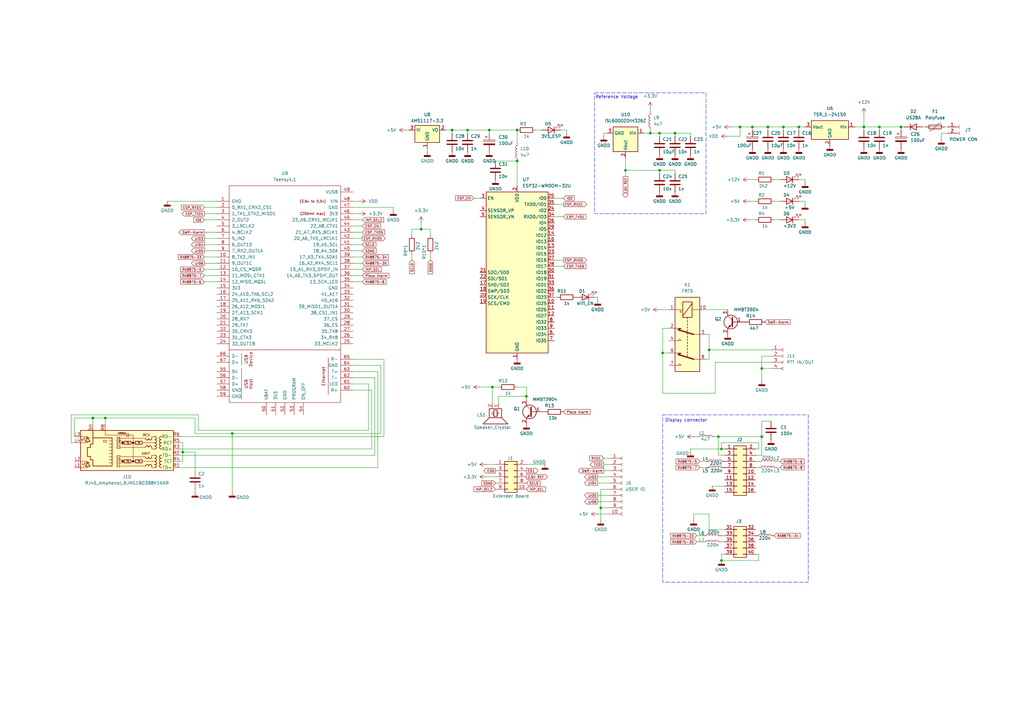
<source format=kicad_sch>
(kicad_sch (version 20231120) (generator "eeschema") (generator_version "8.0")
  (paper "A3")
  (title_block (rev "3.3"))
  (lib_symbols
    (symbol "Conn_02x05_Odd_Even_1" (pin_names (offset 1.016) hide)
      (property "Reference" "J3" (at 1.27 11.43 0))
      (property "Value" "Conn_02x05_Odd_Even" (at 1.27 8.89 0))
      (symbol "Conn_02x05_Odd_Even_1_1_1"
        (pin passive line (at -5.08 5.08 0) (length 3.81) (name "Pin_1") (number "31"))
        (pin passive line (at 7.62 5.08 180) (length 3.81) (name "Pin_2") (number "32"))
        (pin passive line (at -5.08 2.54 0) (length 3.81) (name "Pin_3") (number "33"))
        (pin passive line (at 7.62 2.54 180) (length 3.81) (name "Pin_4") (number "34"))
        (pin passive line (at -5.08 0 0) (length 3.81) (name "Pin_5") (number "35"))
        (pin passive line (at 7.62 0 180) (length 3.81) (name "Pin_6") (number "36"))
        (pin passive line (at -5.08 -2.54 0) (length 3.81) (name "Pin_7") (number "37"))
        (pin passive line (at 7.62 -2.54 180) (length 3.81) (name "Pin_8") (number "38"))
        (pin passive line (at -5.08 -5.08 0) (length 3.81) (name "Pin_9") (number "39"))
        (pin passive line (at 7.62 -5.08 180) (length 3.81) (name "Pin_10") (number "40"))
      )
    )
    (symbol "Connector:Conn_01x02_Socket" (pin_names (offset 1.016) hide)
      (property "Reference" "J" (at 0 2.54 0))
      (property "Value" "Conn_01x02_Socket" (at 0 -5.08 0))
      (symbol "Conn_01x02_Socket_1_1"
        (pin passive line (at -5.08 0 0) (length 3.81) (name "Pin_1") (number "1"))
        (pin passive line (at -5.08 -2.54 0) (length 3.81) (name "Pin_2") (number "2"))
      )
    )
    (symbol "Connector:Conn_01x04_Socket" (pin_names (offset 1.016) hide)
      (property "Reference" "J" (at 0 5.08 0))
      (property "Value" "Conn_01x04_Socket" (at 0 -7.62 0))
      (symbol "Conn_01x04_Socket_1_1"
        (pin passive line (at -5.08 2.54 0) (length 3.81) (name "Pin_1") (number "1"))
        (pin passive line (at -5.08 0 0) (length 3.81) (name "Pin_2") (number "2"))
        (pin passive line (at -5.08 -2.54 0) (length 3.81) (name "Pin_3") (number "3"))
        (pin passive line (at -5.08 -5.08 0) (length 3.81) (name "Pin_4") (number "4"))
      )
    )
    (symbol "Connector:Conn_01x10_Socket" (pin_names (offset 1.016) hide)
      (property "Reference" "J" (at 0 12.7 0))
      (property "Value" "Conn_01x10_Socket" (at 0 -15.24 0))
      (symbol "Conn_01x10_Socket_1_1"
        (pin passive line (at -5.08 10.16 0) (length 3.81) (name "Pin_1") (number "1"))
        (pin passive line (at -5.08 -12.7 0) (length 3.81) (name "Pin_10") (number "10"))
        (pin passive line (at -5.08 7.62 0) (length 3.81) (name "Pin_2") (number "2"))
        (pin passive line (at -5.08 5.08 0) (length 3.81) (name "Pin_3") (number "3"))
        (pin passive line (at -5.08 2.54 0) (length 3.81) (name "Pin_4") (number "4"))
        (pin passive line (at -5.08 0 0) (length 3.81) (name "Pin_5") (number "5"))
        (pin passive line (at -5.08 -2.54 0) (length 3.81) (name "Pin_6") (number "6"))
        (pin passive line (at -5.08 -5.08 0) (length 3.81) (name "Pin_7") (number "7"))
        (pin passive line (at -5.08 -7.62 0) (length 3.81) (name "Pin_8") (number "8"))
        (pin passive line (at -5.08 -10.16 0) (length 3.81) (name "Pin_9") (number "9"))
      )
    )
    (symbol "Connector:RJ45_Amphenol_RJMG1BD3B8K1ANR"
      (property "Reference" "J" (at 18.415 10.16 0))
      (property "Value" "RJ45_Amphenol_RJMG1BD3B8K1ANR" (at -19.05 10.16 0))
      (symbol "RJ45_Amphenol_RJMG1BD3B8K1ANR_0_0"
        (text "C1" (at 4.699 6.985 0) (effects (font (size 0.889 0.889))))
        (text "C1" (at 10.16 -3.175 0) (effects (font (size 0.889 0.889))))
        (text "C2" (at 4.699 3.175 0) (effects (font (size 0.889 0.889))))
        (text "C3" (at 4.699 -0.635 0) (effects (font (size 0.889 0.889))))
        (text "C4" (at 4.699 5.715 0) (effects (font (size 0.889 0.889))))
        (text "C5" (at 4.699 4.445 0) (effects (font (size 0.889 0.889))))
        (text "C6" (at 4.699 -4.445 0) (effects (font (size 0.889 0.889))))
        (text "C7" (at 4.699 -1.905 0) (effects (font (size 0.889 0.889))))
        (text "C8" (at 4.699 -3.175 0) (effects (font (size 0.889 0.889))))
        (text "RCV" (at -8.255 -5.715 0) (effects (font (size 1.016 1.016)) (justify left)))
        (text "XMIT" (at -8.255 1.905 0) (effects (font (size 1.016 1.016)) (justify left)))
      )
      (symbol "RJ45_Amphenol_RJMG1BD3B8K1ANR_1_0"
        (text "1000pF" (at 3.302 -6.477 0) (effects (font (size 0.635 0.635))))
      )
      (symbol "RJ45_Amphenol_RJMG1BD3B8K1ANR_1_1"
        (text "75" (at -3.556 -2.54 0) (effects (font (size 0.635 0.635))))
        (text "75" (at -3.556 5.08 0) (effects (font (size 0.635 0.635))))
        (text "75" (at 1.016 -2.54 0) (effects (font (size 0.635 0.635))))
        (text "75" (at 1.016 5.08 0) (effects (font (size 0.635 0.635))))
        (text "G" (at 19.685 -3.81 0) (effects (font (size 0.635 0.635))))
        (text "Y" (at 19.558 6.35 0) (effects (font (size 0.635 0.635))))
        (pin passive line (at 22.86 7.62 180) (length 2.54) (name "") (number "L1"))
        (pin passive line (at 22.86 5.08 180) (length 2.54) (name "") (number "L2"))
        (pin passive line (at 22.86 -5.08 180) (length 2.54) (name "") (number "L3"))
        (pin passive line (at 22.86 -2.54 180) (length 2.54) (name "") (number "L4"))
        (pin passive line (at -20.32 7.62 0) (length 2.54) (name "TD+") (number "R1"))
        (pin passive line (at -20.32 2.54 0) (length 2.54) (name "TD-") (number "R2"))
        (pin passive line (at -20.32 0 0) (length 2.54) (name "RD+") (number "R3"))
        (pin passive line (at -20.32 5.08 0) (length 2.54) (name "TCT") (number "R4"))
        (pin passive line (at -20.32 -2.54 0) (length 2.54) (name "RCT") (number "R5"))
        (pin passive line (at -20.32 -5.08 0) (length 2.54) (name "RD-") (number "R6"))
        (pin no_connect line (at 20.32 0 0) (length 0) hide (name "NC") (number "R7"))
        (pin power_in line (at 10.16 -10.16 90) (length 2.54) (name "") (number "R8"))
        (pin passive line (at 15.24 -10.16 90) (length 2.54) (name "") (number "SH"))
      )
    )
    (symbol "Connector_Generic:Conn_02x05_Odd_Even" (pin_names (offset 1.016) hide)
      (property "Reference" "J" (at 1.27 7.62 0))
      (property "Value" "Conn_02x05_Odd_Even" (at 1.27 -7.62 0))
      (symbol "Conn_02x05_Odd_Even_1_1"
        (pin passive line (at -5.08 5.08 0) (length 3.81) (name "Pin_1") (number "1"))
        (pin passive line (at 7.62 -5.08 180) (length 3.81) (name "Pin_10") (number "10"))
        (pin passive line (at 7.62 5.08 180) (length 3.81) (name "Pin_2") (number "2"))
        (pin passive line (at -5.08 2.54 0) (length 3.81) (name "Pin_3") (number "3"))
        (pin passive line (at 7.62 2.54 180) (length 3.81) (name "Pin_4") (number "4"))
        (pin passive line (at -5.08 0 0) (length 3.81) (name "Pin_5") (number "5"))
        (pin passive line (at 7.62 0 180) (length 3.81) (name "Pin_6") (number "6"))
        (pin passive line (at -5.08 -2.54 0) (length 3.81) (name "Pin_7") (number "7"))
        (pin passive line (at 7.62 -2.54 180) (length 3.81) (name "Pin_8") (number "8"))
        (pin passive line (at -5.08 -5.08 0) (length 3.81) (name "Pin_9") (number "9"))
      )
    )
    (symbol "Connector_Generic:Conn_02x08_Odd_Even" (pin_names (offset 1.016) hide)
      (property "Reference" "J" (at 1.27 10.16 0))
      (property "Value" "Conn_02x08_Odd_Even" (at 1.27 -12.7 0))
      (symbol "Conn_02x08_Odd_Even_1_1"
        (pin passive line (at -5.08 7.62 0) (length 3.81) (name "Pin_1") (number "1"))
        (pin passive line (at 7.62 -2.54 180) (length 3.81) (name "Pin_10") (number "10"))
        (pin passive line (at -5.08 -5.08 0) (length 3.81) (name "Pin_11") (number "11"))
        (pin passive line (at 7.62 -5.08 180) (length 3.81) (name "Pin_12") (number "12"))
        (pin passive line (at -5.08 -7.62 0) (length 3.81) (name "Pin_13") (number "13"))
        (pin passive line (at 7.62 -7.62 180) (length 3.81) (name "Pin_14") (number "14"))
        (pin passive line (at -5.08 -10.16 0) (length 3.81) (name "Pin_15") (number "15"))
        (pin passive line (at 7.62 -10.16 180) (length 3.81) (name "Pin_16") (number "16"))
        (pin passive line (at 7.62 7.62 180) (length 3.81) (name "Pin_2") (number "2"))
        (pin passive line (at -5.08 5.08 0) (length 3.81) (name "Pin_3") (number "3"))
        (pin passive line (at 7.62 5.08 180) (length 3.81) (name "Pin_4") (number "4"))
        (pin passive line (at -5.08 2.54 0) (length 3.81) (name "Pin_5") (number "5"))
        (pin passive line (at 7.62 2.54 180) (length 3.81) (name "Pin_6") (number "6"))
        (pin passive line (at -5.08 0 0) (length 3.81) (name "Pin_7") (number "7"))
        (pin passive line (at 7.62 0 180) (length 3.81) (name "Pin_8") (number "8"))
        (pin passive line (at -5.08 -2.54 0) (length 3.81) (name "Pin_9") (number "9"))
      )
    )
    (symbol "Device:C" (pin_numbers hide) (pin_names (offset 0.254))
      (property "Reference" "C" (at 0.635 2.54 0))
      (property "Value" "C" (at 0.635 -2.54 0))
      (symbol "C_1_1"
        (pin passive line (at 0 3.81 270) (length 2.794) (name "~") (number "1"))
        (pin passive line (at 0 -3.81 90) (length 2.794) (name "~") (number "2"))
      )
    )
    (symbol "Device:C_Polarized" (pin_numbers hide) (pin_names (offset 0.254))
      (property "Reference" "C" (at 0.635 2.54 0))
      (property "Value" "C_Polarized" (at 0.635 -2.54 0))
      (symbol "C_Polarized_1_1"
        (pin passive line (at 0 3.81 270) (length 2.794) (name "~") (number "1"))
        (pin passive line (at 0 -3.81 90) (length 2.794) (name "~") (number "2"))
      )
    )
    (symbol "Device:L" (pin_numbers hide) (pin_names (offset 1.016) hide)
      (property "Reference" "L" (at -1.27 0 90))
      (property "Value" "L" (at 1.905 0 90))
      (symbol "L_1_1"
        (pin passive line (at 0 3.81 270) (length 1.27) (name "1") (number "1"))
        (pin passive line (at 0 -3.81 90) (length 1.27) (name "2") (number "2"))
      )
    )
    (symbol "Device:LED" (pin_numbers hide) (pin_names (offset 1.016) hide)
      (property "Reference" "D" (at 0 2.54 0))
      (property "Value" "LED" (at 0 -2.54 0))
      (symbol "LED_1_1"
        (pin passive line (at -3.81 0 0) (length 2.54) (name "K") (number "1"))
        (pin passive line (at 3.81 0 180) (length 2.54) (name "A") (number "2"))
      )
    )
    (symbol "Device:Polyfuse" (pin_numbers hide) (pin_names (offset 0))
      (property "Reference" "F" (at -2.54 0 90))
      (property "Value" "Polyfuse" (at 2.54 0 90))
      (symbol "Polyfuse_1_1"
        (pin passive line (at 0 3.81 270) (length 1.27) (name "~") (number "1"))
        (pin passive line (at 0 -3.81 90) (length 1.27) (name "~") (number "2"))
      )
    )
    (symbol "Device:Speaker_Crystal" (pin_names (offset 0) hide)
      (property "Reference" "LS" (at 0.635 5.715 0))
      (property "Value" "Speaker_Crystal" (at 0.635 3.81 0))
      (symbol "Speaker_Crystal_1_1"
        (pin input line (at -5.08 0 0) (length 2.54) (name "1") (number "1"))
        (pin input line (at -5.08 -2.54 0) (length 2.54) (name "2") (number "2"))
      )
    )
    (symbol "Diode:US2BA" (pin_numbers hide) (pin_names hide)
      (property "Reference" "D" (at 0 2.54 0))
      (property "Value" "US2BA" (at 0 -2.54 0))
      (symbol "US2BA_1_1"
        (pin passive line (at -3.81 0 0) (length 2.54) (name "K") (number "1"))
        (pin passive line (at 3.81 0 180) (length 2.54) (name "A") (number "2"))
      )
    )
    (symbol "RF_Module:ESP32-WROOM-32"
      (property "Reference" "U" (at -12.7 34.29 0))
      (property "Value" "ESP32-WROOM-32" (at 1.27 34.29 0))
      (symbol "ESP32-WROOM-32_1_1"
        (pin power_in line (at 0 -35.56 90) (length 2.54) (name "GND") (number "1"))
        (pin bidirectional line (at 15.24 -12.7 180) (length 2.54) (name "IO25") (number "10"))
        (pin bidirectional line (at 15.24 -15.24 180) (length 2.54) (name "IO26") (number "11"))
        (pin bidirectional line (at 15.24 -17.78 180) (length 2.54) (name "IO27") (number "12"))
        (pin bidirectional line (at 15.24 10.16 180) (length 2.54) (name "IO14") (number "13"))
        (pin bidirectional line (at 15.24 15.24 180) (length 2.54) (name "IO12") (number "14"))
        (pin passive line (at 0 -35.56 90) (length 2.54) hide (name "GND") (number "15"))
        (pin bidirectional line (at 15.24 12.7 180) (length 2.54) (name "IO13") (number "16"))
        (pin bidirectional line (at -15.24 -5.08 0) (length 2.54) (name "SHD/SD2") (number "17"))
        (pin bidirectional line (at -15.24 -7.62 0) (length 2.54) (name "SWP/SD3") (number "18"))
        (pin bidirectional line (at -15.24 -12.7 0) (length 2.54) (name "SCS/CMD") (number "19"))
        (pin power_in line (at 0 35.56 270) (length 2.54) (name "VDD") (number "2"))
        (pin bidirectional line (at -15.24 -10.16 0) (length 2.54) (name "SCK/CLK") (number "20"))
        (pin bidirectional line (at -15.24 0 0) (length 2.54) (name "SDO/SD0") (number "21"))
        (pin bidirectional line (at -15.24 -2.54 0) (length 2.54) (name "SDI/SD1") (number "22"))
        (pin bidirectional line (at 15.24 7.62 180) (length 2.54) (name "IO15") (number "23"))
        (pin bidirectional line (at 15.24 25.4 180) (length 2.54) (name "IO2") (number "24"))
        (pin bidirectional line (at 15.24 30.48 180) (length 2.54) (name "IO0") (number "25"))
        (pin bidirectional line (at 15.24 20.32 180) (length 2.54) (name "IO4") (number "26"))
        (pin bidirectional line (at 15.24 5.08 180) (length 2.54) (name "IO16") (number "27"))
        (pin bidirectional line (at 15.24 2.54 180) (length 2.54) (name "IO17") (number "28"))
        (pin bidirectional line (at 15.24 17.78 180) (length 2.54) (name "IO5") (number "29"))
        (pin input line (at -15.24 30.48 0) (length 2.54) (name "EN") (number "3"))
        (pin bidirectional line (at 15.24 0 180) (length 2.54) (name "IO18") (number "30"))
        (pin bidirectional line (at 15.24 -2.54 180) (length 2.54) (name "IO19") (number "31"))
        (pin no_connect line (at -12.7 -27.94 0) (length 2.54) hide (name "NC") (number "32"))
        (pin bidirectional line (at 15.24 -5.08 180) (length 2.54) (name "IO21") (number "33"))
        (pin bidirectional line (at 15.24 22.86 180) (length 2.54) (name "RXD0/IO3") (number "34"))
        (pin bidirectional line (at 15.24 27.94 180) (length 2.54) (name "TXD0/IO1") (number "35"))
        (pin bidirectional line (at 15.24 -7.62 180) (length 2.54) (name "IO22") (number "36"))
        (pin bidirectional line (at 15.24 -10.16 180) (length 2.54) (name "IO23") (number "37"))
        (pin passive line (at 0 -35.56 90) (length 2.54) hide (name "GND") (number "38"))
        (pin passive line (at 0 -35.56 90) (length 2.54) hide (name "GND") (number "39"))
        (pin input line (at -15.24 25.4 0) (length 2.54) (name "SENSOR_VP") (number "4"))
        (pin input line (at -15.24 22.86 0) (length 2.54) (name "SENSOR_VN") (number "5"))
        (pin input line (at 15.24 -25.4 180) (length 2.54) (name "IO34") (number "6"))
        (pin input line (at 15.24 -27.94 180) (length 2.54) (name "IO35") (number "7"))
        (pin bidirectional line (at 15.24 -20.32 180) (length 2.54) (name "IO32") (number "8"))
        (pin bidirectional line (at 15.24 -22.86 180) (length 2.54) (name "IO33") (number "9"))
      )
    )
    (symbol "Reference_Voltage:ISL21070CIH325Z-TK"
      (property "Reference" "U" (at -0.635 8.255 0))
      (property "Value" "ISL21070CIH325Z-TK" (at -1.905 6.35 0))
      (symbol "ISL21070CIH325Z-TK_1_1"
        (pin power_in line (at -2.54 7.62 270) (length 2.54) (name "Vin") (number "1"))
        (pin power_out line (at 7.62 0 180) (length 2.54) (name "Vout") (number "2"))
        (pin power_in line (at -2.54 -7.62 90) (length 2.54) (name "GND") (number "3"))
      )
    )
    (symbol "Regulator_Linear:AMS1117-3.3"
      (property "Reference" "U" (at -3.81 3.175 0))
      (property "Value" "AMS1117-3.3" (at 0 3.175 0))
      (symbol "AMS1117-3.3_1_1"
        (pin power_in line (at 0 -7.62 90) (length 2.54) (name "GND") (number "1"))
        (pin power_out line (at 7.62 0 180) (length 2.54) (name "VO") (number "2"))
        (pin power_in line (at -7.62 0 0) (length 2.54) (name "VI") (number "3"))
      )
    )
    (symbol "Regulator_Switching:TSR_1-24150"
      (property "Reference" "U" (at -7.62 6.35 0))
      (property "Value" "TSR_1-24150" (at -1.27 6.35 0))
      (symbol "TSR_1-24150_1_1"
        (pin power_in line (at -10.16 2.54 0) (length 2.54) (name "Vin") (number "1"))
        (pin power_in line (at 0 -5.08 90) (length 2.54) (name "GND") (number "2"))
        (pin power_out line (at 10.16 2.54 180) (length 2.54) (name "Vout") (number "3"))
      )
    )
    (symbol "Relay:FRT5"
      (property "Reference" "K" (at 16.51 3.81 0))
      (property "Value" "FRT5" (at 16.51 1.27 0))
      (symbol "FRT5_0_0"
        (text "+" (at -9.271 2.921 0) (effects (font (size 1.27 1.27))))
      )
      (symbol "FRT5_1_1"
        (pin passive line (at -10.16 7.62 270) (length 2.54) (name "~") (number "1"))
        (pin passive line (at -10.16 -7.62 90) (length 2.54) (name "~") (number "10"))
        (pin passive line (at -2.54 7.62 270) (length 2.54) (name "~") (number "2"))
        (pin passive line (at 0 -7.62 90) (length 2.54) (name "~") (number "3"))
        (pin passive line (at 2.54 7.62 270) (length 2.54) (name "~") (number "4"))
        (pin passive line (at 12.7 7.62 270) (length 2.54) (name "~") (number "7"))
        (pin passive line (at 10.16 -7.62 90) (length 2.54) (name "~") (number "8"))
        (pin passive line (at 7.62 7.62 270) (length 2.54) (name "~") (number "9"))
      )
    )
    (symbol "Transistor_BJT:MMBT3904" (pin_names (offset 0) hide)
      (property "Reference" "Q" (at 5.08 1.905 0))
      (property "Value" "MMBT3904" (at 5.08 0 0))
      (symbol "MMBT3904_1_1"
        (pin input line (at -5.08 0 0) (length 5.715) (name "B") (number "1"))
        (pin passive line (at 2.54 -5.08 90) (length 2.54) (name "E") (number "2"))
        (pin passive line (at 2.54 5.08 270) (length 2.54) (name "C") (number "3"))
      )
    )
    (symbol "dual_rotary_encoder_switch:R" (pin_numbers hide) (pin_names (offset 0))
      (property "Reference" "R" (at 2.032 0 90))
      (property "Value" "R" (at 0 0 90))
      (symbol "R_1_1"
        (pin passive line (at 0 3.81 270) (length 1.27) (name "~") (number "1"))
        (pin passive line (at 0 -3.81 90) (length 1.27) (name "~") (number "2"))
      )
    )
    (symbol "power:+12V" (power) (pin_numbers hide) (pin_names (offset 0) hide)
      (property "Value" "+12V" (at 0 3.556 0))
      (symbol "+12V_1_1"
        (pin power_in line (at 0 0 90) (length 0) (name "~") (number "1"))
      )
    )
    (symbol "power:+3.3V" (power) (pin_numbers hide) (pin_names (offset 0) hide)
      (property "Value" "+3.3V" (at 0 3.556 0))
      (symbol "+3.3V_1_1"
        (pin power_in line (at 0 0 90) (length 0) (name "~") (number "1"))
      )
    )
    (symbol "power:+5V" (power) (pin_numbers hide) (pin_names (offset 0) hide)
      (property "Value" "+5V" (at 0 3.556 0))
      (symbol "+5V_1_1"
        (pin power_in line (at 0 0 90) (length 0) (name "~") (number "1"))
      )
    )
    (symbol "power:GNDD" (power) (pin_numbers hide) (pin_names (offset 0) hide)
      (property "Value" "GNDD" (at 0 -3.175 0))
      (symbol "GNDD_1_1"
        (pin power_in line (at 0 0 270) (length 0) (name "~") (number "1"))
      )
    )
    (symbol "power:VDD" (power) (pin_numbers hide) (pin_names (offset 0) hide)
      (property "Value" "VDD" (at 0 3.556 0))
      (symbol "VDD_1_1"
        (pin power_in line (at 0 0 90) (length 0) (name "~") (number "1"))
      )
    )
    (symbol "teensy:Teensy4.1" (pin_names (offset 1.016))
      (property "Reference" "U" (at 0 64.77 0))
      (property "Value" "Teensy4.1" (at 0 62.23 0))
      (symbol "Teensy4.1_0_0"
        (text "(250mA max)" (at 11.43 49.53 0) (effects (font (size 1.016 1.016))))
        (text "(3.6v to 5.5v)" (at 11.43 54.61 0) (effects (font (size 1.016 1.016))))
        (text "Device" (at -13.97 -10.16 900) (effects (font (size 1.27 1.27))))
        (text "Ethernet" (at 15.875 -17.145 900) (effects (font (size 1.27 1.27))))
        (text "Host" (at -13.97 -20.32 900) (effects (font (size 1.27 1.27))))
        (text "USB" (at -15.875 -20.32 900) (effects (font (size 1.27 1.27))))
        (text "USB" (at -15.875 -10.16 900) (effects (font (size 1.27 1.27))))
        (pin bidirectional line (at -27.94 31.75 0) (length 5.08) (name "8_TX2_IN1") (number "10"))
        (pin bidirectional line (at -27.94 29.21 0) (length 5.08) (name "9_OUT1C") (number "11"))
        (pin bidirectional line (at -27.94 26.67 0) (length 5.08) (name "10_CS_MQSR") (number "12"))
        (pin bidirectional line (at -27.94 24.13 0) (length 5.08) (name "11_MOSI_CTX1") (number "13"))
        (pin bidirectional line (at -27.94 21.59 0) (length 5.08) (name "12_MISO_MQSL") (number "14"))
        (pin power_in line (at -27.94 19.05 0) (length 5.08) (name "3V3") (number "15"))
        (pin bidirectional line (at -27.94 16.51 0) (length 5.08) (name "24_A10_TX6_SCL2") (number "16"))
        (pin bidirectional line (at -27.94 13.97 0) (length 5.08) (name "25_A11_RX6_SDA2") (number "17"))
        (pin bidirectional line (at -27.94 11.43 0) (length 5.08) (name "26_A12_MOSI1") (number "18"))
        (pin bidirectional line (at -27.94 8.89 0) (length 5.08) (name "27_A13_SCK1") (number "19"))
        (pin bidirectional line (at -27.94 6.35 0) (length 5.08) (name "28_RX7") (number "20"))
        (pin bidirectional line (at -27.94 3.81 0) (length 5.08) (name "29_TX7") (number "21"))
        (pin bidirectional line (at -27.94 1.27 0) (length 5.08) (name "30_CRX3") (number "22"))
        (pin bidirectional line (at -27.94 -1.27 0) (length 5.08) (name "31_CTX3") (number "23"))
        (pin bidirectional line (at -27.94 -3.81 0) (length 5.08) (name "32_OUT1B") (number "24"))
        (pin bidirectional line (at 27.94 -3.81 180) (length 5.08) (name "33_MCLK2") (number "25"))
        (pin bidirectional line (at 27.94 -1.27 180) (length 5.08) (name "34_RX8") (number "26"))
        (pin bidirectional line (at 27.94 1.27 180) (length 5.08) (name "35_TX8") (number "27"))
        (pin bidirectional line (at 27.94 3.81 180) (length 5.08) (name "36_CS") (number "28"))
        (pin bidirectional line (at 27.94 6.35 180) (length 5.08) (name "37_CS") (number "29"))
        (pin bidirectional line (at 27.94 8.89 180) (length 5.08) (name "38_CS1_IN1") (number "30"))
        (pin bidirectional line (at 27.94 11.43 180) (length 5.08) (name "39_MISO1_OUT1A") (number "31"))
        (pin bidirectional line (at 27.94 13.97 180) (length 5.08) (name "40_A16") (number "32"))
        (pin bidirectional line (at 27.94 16.51 180) (length 5.08) (name "41_A17") (number "33"))
        (pin bidirectional line (at 27.94 21.59 180) (length 5.08) (name "13_SCK_LED") (number "35"))
        (pin bidirectional line (at 27.94 24.13 180) (length 5.08) (name "14_A0_TX3_SPDIF_OUT") (number "36"))
        (pin bidirectional line (at 27.94 26.67 180) (length 5.08) (name "15_A1_RX3_SPDIF_IN") (number "37"))
        (pin bidirectional line (at 27.94 29.21 180) (length 5.08) (name "16_A2_RX4_SCL1") (number "38"))
        (pin bidirectional line (at 27.94 31.75 180) (length 5.08) (name "17_A3_TX4_SDA1") (number "39"))
        (pin bidirectional line (at 27.94 34.29 180) (length 5.08) (name "18_A4_SDA") (number "40"))
        (pin bidirectional line (at 27.94 36.83 180) (length 5.08) (name "19_A5_SCL") (number "41"))
        (pin bidirectional line (at 27.94 39.37 180) (length 5.08) (name "20_A6_TX5_LRCLK1") (number "42"))
        (pin bidirectional line (at 27.94 41.91 180) (length 5.08) (name "21_A7_RX5_BCLK1") (number "43"))
        (pin bidirectional line (at 27.94 44.45 180) (length 5.08) (name "22_A8_CTX1") (number "44"))
        (pin bidirectional line (at 27.94 46.99 180) (length 5.08) (name "23_A9_CRX1_MCLK1") (number "45"))
        (pin output line (at 27.94 49.53 180) (length 5.08) (name "3V3") (number "46"))
        (pin output line (at 27.94 52.07 180) (length 5.08) (name "GND") (number "47"))
        (pin power_in line (at 27.94 54.61 180) (length 5.08) (name "VIN") (number "48"))
        (pin power_out line (at 27.94 58.42 180) (length 5.08) (name "VUSB") (number "49"))
        (pin bidirectional line (at -27.94 44.45 0) (length 5.08) (name "3_LRCLK2") (number "5"))
        (pin power_in line (at -7.62 -33.02 90) (length 5.08) (name "VBAT") (number "50"))
        (pin power_in line (at -3.81 -33.02 90) (length 5.08) (name "3V3") (number "51"))
        (pin input line (at 0 -33.02 90) (length 5.08) (name "GND") (number "52"))
        (pin input line (at 3.81 -33.02 90) (length 5.08) (name "PROGRAM") (number "53"))
        (pin input line (at 7.62 -33.02 90) (length 5.08) (name "ON_OFF") (number "54"))
        (pin power_out line (at -27.94 -15.24 0) (length 5.08) (name "5V") (number "55"))
        (pin bidirectional line (at -27.94 -17.78 0) (length 5.08) (name "D-") (number "56"))
        (pin bidirectional line (at -27.94 -20.32 0) (length 5.08) (name "D+") (number "57"))
        (pin power_in line (at -27.94 -22.86 0) (length 5.08) (name "GND") (number "58"))
        (pin power_in line (at -27.94 -25.4 0) (length 5.08) (name "GND") (number "59"))
        (pin bidirectional line (at -27.94 41.91 0) (length 5.08) (name "4_BCLK2") (number "6"))
        (pin bidirectional line (at 27.94 -22.86 180) (length 5.08) (name "R+") (number "60"))
        (pin bidirectional line (at 27.94 -20.32 180) (length 5.08) (name "LED") (number "61"))
        (pin bidirectional line (at 27.94 -17.78 180) (length 5.08) (name "T-") (number "62"))
        (pin bidirectional line (at 27.94 -15.24 180) (length 5.08) (name "T+") (number "63"))
        (pin power_in line (at 27.94 -12.7 180) (length 5.08) (name "GND") (number "64"))
        (pin bidirectional line (at 27.94 -10.16 180) (length 5.08) (name "R-") (number "65"))
        (pin bidirectional line (at -27.94 -8.89 0) (length 5.08) (name "D-") (number "66"))
        (pin bidirectional line (at -27.94 -11.43 0) (length 5.08) (name "D+") (number "67"))
        (pin bidirectional line (at -27.94 39.37 0) (length 5.08) (name "5_IN2") (number "7"))
        (pin bidirectional line (at -27.94 36.83 0) (length 5.08) (name "6_OUT1D") (number "8"))
        (pin bidirectional line (at -27.94 34.29 0) (length 5.08) (name "7_RX2_OUT1A") (number "9"))
      )
      (symbol "Teensy4.1_1_1"
        (pin power_in line (at -27.94 54.61 0) (length 5.08) (name "GND") (number "1"))
        (pin bidirectional line (at -27.94 52.07 0) (length 5.08) (name "0_RX1_CRX2_CS1") (number "2"))
        (pin bidirectional line (at -27.94 49.53 0) (length 5.08) (name "1_TX1_CTX2_MISO1") (number "3"))
        (pin power_in line (at 27.94 19.05 180) (length 5.08) (name "GND") (number "34"))
        (pin bidirectional line (at -27.94 46.99 0) (length 5.08) (name "2_OUT2") (number "4"))
      )
    )
  )
  (junction (at 295.91 229.87))
  (junction (at 191.77 53.34))
  (junction (at 321.31 52.07))
  (junction (at 294.64 179.07))
  (junction (at 270.51 69.85))
  (junction (at 312.42 179.07))
  (junction (at 74.93 185.42))
  (junction (at 290.83 143.51))
  (junction (at 38.1 171.45))
  (junction (at 200.66 53.34))
  (junction (at 212.09 66.04))
  (junction (at 266.7 54.61))
  (junction (at 360.68 52.07))
  (junction (at 314.96 52.07))
  (junction (at 295.91 184.15))
  (junction (at 201.93 158.75))
  (junction (at 246.38 208.28))
  (junction (at 369.57 52.07))
  (junction (at 212.09 53.34))
  (junction (at 327.66 52.07))
  (junction (at 95.25 177.8))
  (junction (at 172.72 93.98))
  (junction (at 308.61 52.07))
  (junction (at 271.78 144.78))
  (junction (at 256.54 69.85))
  (junction (at 354.33 52.07))
  (junction (at 312.42 151.13))
  (junction (at 215.9 162.56))
  (junction (at 270.51 54.61))
  (junction (at 276.86 54.61))
  (junction (at 303.53 52.07))
  (junction (at 185.42 53.34))
  (junction (at 43.18 171.45))
  (wire (pts (xy 212.09 158.75) (xy 215.9 158.75)))
  (wire (pts (xy 246.38 200.66) (xy 246.38 208.28)))
  (wire (pts (xy 270.51 69.85) (xy 276.86 69.85)))
  (wire (pts (xy 243.84 121.92) (xy 245.11 121.92)))
  (wire (pts (xy 227.33 121.92) (xy 228.6 121.92)))
  (wire (pts (xy 43.18 171.45) (xy 80.01 171.45)))
  (wire (pts (xy 245.11 205.74) (xy 250.19 205.74)))
  (wire (pts (xy 156.21 177.8) (xy 95.25 177.8)))
  (wire (pts (xy 144.78 87.63) (xy 147.32 87.63)))
  (wire (pts (xy 199.39 195.58) (xy 203.2 195.58)))
  (wire (pts (xy 227.33 106.68) (xy 231.14 106.68)))
  (wire (pts (xy 303.53 55.88) (xy 303.53 52.07)))
  (wire (pts (xy 386.08 54.61) (xy 386.08 57.15)))
  (wire (pts (xy 148.59 110.49) (xy 144.78 110.49)))
  (wire (pts (xy 247.65 54.61) (xy 247.65 55.88)))
  (wire (pts (xy 293.37 148.59) (xy 293.37 161.29)))
  (wire (pts (xy 256.54 64.77) (xy 256.54 69.85)))
  (wire (pts (xy 307.34 90.17) (xy 309.88 90.17)))
  (wire (pts (xy 295.91 229.87) (xy 311.15 229.87)))
  (wire (pts (xy 321.31 52.07) (xy 321.31 53.34)))
  (wire (pts (xy 330.2 73.66) (xy 330.2 74.93)))
  (wire (pts (xy 166.37 53.34) (xy 167.64 53.34)))
  (wire (pts (xy 152.4 160.02) (xy 152.4 184.15)))
  (wire (pts (xy 74.93 185.42) (xy 74.93 181.61)))
  (wire (pts (xy 312.42 146.05) (xy 312.42 151.13)))
  (wire (pts (xy 318.77 189.23) (xy 320.04 189.23)))
  (wire (pts (xy 354.33 52.07) (xy 360.68 52.07)))
  (wire (pts (xy 148.59 102.87) (xy 144.78 102.87)))
  (wire (pts (xy 83.82 87.63) (xy 88.9 87.63)))
  (wire (pts (xy 83.82 90.17) (xy 88.9 90.17)))
  (wire (pts (xy 369.57 52.07) (xy 369.57 53.34)))
  (wire (pts (xy 298.45 55.88) (xy 303.53 55.88)))
  (wire (pts (xy 290.83 147.32) (xy 290.83 143.51)))
  (wire (pts (xy 290.83 143.51) (xy 316.23 143.51)))
  (wire (pts (xy 327.66 90.17) (xy 330.2 90.17)))
  (wire (pts (xy 148.59 115.57) (xy 144.78 115.57)))
  (wire (pts (xy 73.66 186.69) (xy 153.67 186.69)))
  (wire (pts (xy 312.42 179.07) (xy 312.42 172.72)))
  (wire (pts (xy 295.91 227.33) (xy 295.91 229.87)))
  (wire (pts (xy 148.59 100.33) (xy 144.78 100.33)))
  (wire (pts (xy 289.56 137.16) (xy 290.83 137.16)))
  (wire (pts (xy 293.37 179.07) (xy 294.64 179.07)))
  (wire (pts (xy 354.33 46.99) (xy 354.33 52.07)))
  (wire (pts (xy 43.18 173.99) (xy 43.18 171.45)))
  (wire (pts (xy 95.25 177.8) (xy 80.01 177.8)))
  (wire (pts (xy 271.78 161.29) (xy 293.37 161.29)))
  (wire (pts (xy 330.2 52.07) (xy 327.66 52.07)))
  (wire (pts (xy 83.82 107.95) (xy 88.9 107.95)))
  (wire (pts (xy 245.11 195.58) (xy 250.19 195.58)))
  (wire (pts (xy 246.38 208.28) (xy 246.38 213.36)))
  (wire (pts (xy 38.1 171.45) (xy 30.48 171.45)))
  (wire (pts (xy 83.82 105.41) (xy 88.9 105.41)))
  (wire (pts (xy 157.48 147.32) (xy 144.78 147.32)))
  (wire (pts (xy 30.48 181.61) (xy 29.21 181.61)))
  (wire (pts (xy 83.82 113.03) (xy 88.9 113.03)))
  (wire (pts (xy 144.78 149.86) (xy 156.21 149.86)))
  (wire (pts (xy 157.48 179.07) (xy 157.48 147.32)))
  (wire (pts (xy 144.78 95.25) (xy 148.59 95.25)))
  (wire (pts (xy 289.56 127) (xy 298.45 127)))
  (wire (pts (xy 74.93 185.42) (xy 80.01 185.42)))
  (wire (pts (xy 227.33 81.28) (xy 231.14 81.28)))
  (wire (pts (xy 30.48 171.45) (xy 30.48 179.07)))
  (wire (pts (xy 156.21 149.86) (xy 156.21 177.8)))
  (wire (pts (xy 250.19 200.66) (xy 246.38 200.66)))
  (wire (pts (xy 74.93 189.23) (xy 74.93 185.42)))
  (wire (pts (xy 360.68 52.07) (xy 360.68 53.34)))
  (wire (pts (xy 83.82 85.09) (xy 88.9 85.09)))
  (wire (pts (xy 248.92 54.61) (xy 247.65 54.61)))
  (wire (pts (xy 311.15 191.77) (xy 309.88 191.77)))
  (wire (pts (xy 144.78 82.55) (xy 147.32 82.55)))
  (wire (pts (xy 215.9 158.75) (xy 215.9 162.56)))
  (wire (pts (xy 229.87 53.34) (xy 232.41 53.34)))
  (wire (pts (xy 151.13 157.48) (xy 144.78 157.48)))
  (wire (pts (xy 330.2 90.17) (xy 330.2 91.44)))
  (wire (pts (xy 290.83 210.82) (xy 290.83 217.17)))
  (wire (pts (xy 212.09 66.04) (xy 212.09 76.2)))
  (wire (pts (xy 327.66 73.66) (xy 330.2 73.66)))
  (wire (pts (xy 295.91 222.25) (xy 297.18 222.25)))
  (wire (pts (xy 245.11 198.12) (xy 250.19 198.12)))
  (wire (pts (xy 311.15 227.33) (xy 309.88 227.33)))
  (wire (pts (xy 308.61 52.07) (xy 308.61 53.34)))
  (wire (pts (xy 232.41 53.34) (xy 232.41 54.61)))
  (wire (pts (xy 83.82 102.87) (xy 88.9 102.87)))
  (wire (pts (xy 83.82 115.57) (xy 88.9 115.57)))
  (wire (pts (xy 247.65 190.5) (xy 250.19 190.5)))
  (wire (pts (xy 182.88 53.34) (xy 185.42 53.34)))
  (wire (pts (xy 256.54 69.85) (xy 256.54 72.39)))
  (wire (pts (xy 270.51 127) (xy 274.32 127)))
  (wire (pts (xy 284.48 213.36) (xy 284.48 210.82)))
  (wire (pts (xy 294.64 186.69) (xy 294.64 179.07)))
  (wire (pts (xy 144.78 97.79) (xy 148.59 97.79)))
  (wire (pts (xy 271.78 144.78) (xy 274.32 144.78)))
  (wire (pts (xy 264.16 54.61) (xy 266.7 54.61)))
  (wire (pts (xy 289.56 189.23) (xy 287.02 189.23)))
  (wire (pts (xy 144.78 113.03) (xy 148.59 113.03)))
  (wire (pts (xy 308.61 52.07) (xy 314.96 52.07)))
  (wire (pts (xy 83.82 97.79) (xy 88.9 97.79)))
  (wire (pts (xy 74.93 181.61) (xy 73.66 181.61)))
  (wire (pts (xy 38.1 171.45) (xy 38.1 173.99)))
  (wire (pts (xy 318.77 191.77) (xy 320.04 191.77)))
  (wire (pts (xy 289.56 191.77) (xy 287.02 191.77)))
  (wire (pts (xy 81.28 176.53) (xy 151.13 176.53)))
  (wire (pts (xy 227.33 83.82) (xy 231.14 83.82)))
  (wire (pts (xy 284.48 210.82) (xy 290.83 210.82)))
  (wire (pts (xy 270.51 54.61) (xy 276.86 54.61)))
  (wire (pts (xy 283.21 54.61) (xy 283.21 55.88)))
  (wire (pts (xy 270.51 54.61) (xy 270.51 55.88)))
  (wire (pts (xy 271.78 144.78) (xy 271.78 161.29)))
  (wire (pts (xy 144.78 92.71) (xy 148.59 92.71)))
  (wire (pts (xy 172.72 93.98) (xy 168.91 93.98)))
  (wire (pts (xy 245.11 210.82) (xy 250.19 210.82)))
  (wire (pts (xy 196.85 158.75) (xy 201.93 158.75)))
  (wire (pts (xy 290.83 143.51) (xy 290.83 137.16)))
  (wire (pts (xy 151.13 176.53) (xy 151.13 157.48)))
  (wire (pts (xy 295.91 181.61) (xy 295.91 184.15)))
  (wire (pts (xy 266.7 54.61) (xy 270.51 54.61)))
  (wire (pts (xy 327.66 82.55) (xy 330.2 82.55)))
  (wire (pts (xy 327.66 52.07) (xy 327.66 53.34)))
  (wire (pts (xy 172.72 91.44) (xy 172.72 93.98)))
  (wire (pts (xy 276.86 54.61) (xy 283.21 54.61)))
  (wire (pts (xy 191.77 53.34) (xy 191.77 54.61)))
  (wire (pts (xy 276.86 54.61) (xy 276.86 55.88)))
  (wire (pts (xy 311.15 184.15) (xy 309.88 184.15)))
  (wire (pts (xy 387.35 52.07) (xy 388.62 52.07)))
  (wire (pts (xy 175.26 62.23) (xy 175.26 60.96)))
  (wire (pts (xy 317.5 82.55) (xy 320.04 82.55)))
  (wire (pts (xy 247.65 193.04) (xy 250.19 193.04)))
  (wire (pts (xy 245.11 203.2) (xy 250.19 203.2)))
  (wire (pts (xy 312.42 172.72) (xy 316.23 172.72)))
  (wire (pts (xy 153.67 186.69) (xy 153.67 154.94)))
  (wire (pts (xy 219.71 53.34) (xy 222.25 53.34)))
  (wire (pts (xy 148.59 105.41) (xy 144.78 105.41)))
  (wire (pts (xy 311.15 189.23) (xy 309.88 189.23)))
  (wire (pts (xy 80.01 200.66) (xy 80.01 201.93)))
  (wire (pts (xy 307.34 73.66) (xy 309.88 73.66)))
  (wire (pts (xy 204.47 162.56) (xy 215.9 162.56)))
  (wire (pts (xy 144.78 152.4) (xy 154.94 152.4)))
  (wire (pts (xy 369.57 52.07) (xy 370.84 52.07)))
  (wire (pts (xy 201.93 158.75) (xy 201.93 165.1)))
  (wire (pts (xy 83.82 100.33) (xy 88.9 100.33)))
  (wire (pts (xy 152.4 184.15) (xy 73.66 184.15)))
  (wire (pts (xy 245.11 121.92) (xy 245.11 123.19)))
  (wire (pts (xy 307.34 82.55) (xy 309.88 82.55)))
  (wire (pts (xy 270.51 69.85) (xy 270.51 71.12)))
  (wire (pts (xy 215.9 190.5) (xy 223.52 190.5)))
  (wire (pts (xy 297.18 184.15) (xy 295.91 184.15)))
  (wire (pts (xy 283.21 184.15) (xy 295.91 184.15)))
  (wire (pts (xy 247.65 187.96) (xy 250.19 187.96)))
  (wire (pts (xy 295.91 181.61) (xy 311.15 181.61)))
  (wire (pts (xy 266.7 53.34) (xy 266.7 54.61)))
  (wire (pts (xy 154.94 191.77) (xy 73.66 191.77)))
  (wire (pts (xy 295.91 219.71) (xy 297.18 219.71)))
  (wire (pts (xy 176.53 96.52) (xy 176.53 93.98)))
  (wire (pts (xy 317.5 73.66) (xy 320.04 73.66)))
  (wire (pts (xy 80.01 185.42) (xy 80.01 193.04)))
  (wire (pts (xy 330.2 82.55) (xy 330.2 83.82)))
  (wire (pts (xy 350.52 52.07) (xy 354.33 52.07)))
  (wire (pts (xy 289.56 147.32) (xy 290.83 147.32)))
  (wire (pts (xy 200.66 53.34) (xy 212.09 53.34)))
  (wire (pts (xy 227.33 88.9) (xy 231.14 88.9)))
  (wire (pts (xy 148.59 107.95) (xy 144.78 107.95)))
  (wire (pts (xy 388.62 54.61) (xy 386.08 54.61)))
  (wire (pts (xy 314.96 52.07) (xy 321.31 52.07)))
  (wire (pts (xy 303.53 52.07) (xy 308.61 52.07)))
  (wire (pts (xy 311.15 229.87) (xy 311.15 227.33)))
  (wire (pts (xy 378.46 52.07) (xy 379.73 52.07)))
  (wire (pts (xy 312.42 151.13) (xy 312.42 156.21)))
  (wire (pts (xy 204.47 165.1) (xy 204.47 162.56)))
  (wire (pts (xy 203.2 66.04) (xy 212.09 66.04)))
  (wire (pts (xy 292.1 199.39) (xy 297.18 199.39)))
  (wire (pts (xy 154.94 152.4) (xy 154.94 191.77)))
  (wire (pts (xy 29.21 181.61) (xy 29.21 170.18)))
  (wire (pts (xy 161.29 85.09) (xy 161.29 86.36)))
  (wire (pts (xy 283.21 184.15) (xy 283.21 185.42)))
  (wire (pts (xy 246.38 208.28) (xy 250.19 208.28)))
  (wire (pts (xy 215.9 162.56) (xy 215.9 163.83)))
  (wire (pts (xy 271.78 134.62) (xy 271.78 144.78)))
  (wire (pts (xy 316.23 146.05) (xy 312.42 146.05)))
  (wire (pts (xy 276.86 69.85) (xy 276.86 71.12)))
  (wire (pts (xy 212.09 53.34) (xy 212.09 58.42)))
  (wire (pts (xy 81.28 170.18) (xy 81.28 176.53)))
  (wire (pts (xy 95.25 177.8) (xy 95.25 201.93)))
  (wire (pts (xy 312.42 179.07) (xy 312.42 186.69)))
  (wire (pts (xy 168.91 106.68) (xy 168.91 104.14)))
  (wire (pts (xy 314.96 52.07) (xy 314.96 53.34)))
  (wire (pts (xy 227.33 109.22) (xy 231.14 109.22)))
  (wire (pts (xy 256.54 69.85) (xy 270.51 69.85)))
  (wire (pts (xy 297.18 186.69) (xy 294.64 186.69)))
  (wire (pts (xy 29.21 170.18) (xy 81.28 170.18)))
  (wire (pts (xy 144.78 160.02) (xy 152.4 160.02)))
  (wire (pts (xy 83.82 95.25) (xy 88.9 95.25)))
  (wire (pts (xy 199.39 190.5) (xy 203.2 190.5)))
  (wire (pts (xy 83.82 110.49) (xy 88.9 110.49)))
  (wire (pts (xy 204.47 158.75) (xy 201.93 158.75)))
  (wire (pts (xy 73.66 179.07) (xy 157.48 179.07)))
  (wire (pts (xy 288.29 222.25) (xy 285.75 222.25)))
  (wire (pts (xy 299.72 52.07) (xy 303.53 52.07)))
  (wire (pts (xy 316.23 148.59) (xy 293.37 148.59)))
  (wire (pts (xy 176.53 93.98) (xy 172.72 93.98)))
  (wire (pts (xy 80.01 171.45) (xy 80.01 177.8)))
  (wire (pts (xy 73.66 189.23) (xy 74.93 189.23)))
  (wire (pts (xy 176.53 106.68) (xy 176.53 104.14)))
  (wire (pts (xy 168.91 93.98) (xy 168.91 96.52)))
  (wire (pts (xy 200.66 53.34) (xy 200.66 54.61)))
  (wire (pts (xy 191.77 53.34) (xy 200.66 53.34)))
  (wire (pts (xy 194.31 81.28) (xy 196.85 81.28)))
  (wire (pts (xy 290.83 217.17) (xy 297.18 217.17)))
  (wire (pts (xy 144.78 85.09) (xy 161.29 85.09)))
  (wire (pts (xy 360.68 52.07) (xy 369.57 52.07)))
  (wire (pts (xy 312.42 151.13) (xy 316.23 151.13)))
  (wire (pts (xy 354.33 52.07) (xy 354.33 53.34)))
  (wire (pts (xy 297.18 227.33) (xy 295.91 227.33)))
  (wire (pts (xy 185.42 53.34) (xy 185.42 54.61)))
  (wire (pts (xy 311.15 181.61) (xy 311.15 184.15)))
  (wire (pts (xy 274.32 134.62) (xy 271.78 134.62)))
  (wire (pts (xy 266.7 44.45) (xy 266.7 45.72)))
  (wire (pts (xy 317.5 90.17) (xy 320.04 90.17)))
  (wire (pts (xy 294.64 179.07) (xy 312.42 179.07)))
  (wire (pts (xy 68.58 82.55) (xy 88.9 82.55)))
  (wire (pts (xy 185.42 53.34) (xy 191.77 53.34)))
  (wire (pts (xy 153.67 154.94) (xy 144.78 154.94)))
  (wire (pts (xy 43.18 171.45) (xy 38.1 171.45)))
  (wire (pts (xy 288.29 219.71) (xy 285.75 219.71)))
  (wire (pts (xy 321.31 52.07) (xy 327.66 52.07)))
  (wire (pts (xy 144.78 90.17) (xy 148.59 90.17)))
  (wire (pts (xy 284.48 179.07) (xy 285.75 179.07)))
  (wire (pts (xy 312.42 186.69) (xy 309.88 186.69)))
  (rectangle (start 271.78 170.18) (end 331.47 238.76) (stroke (width 0) (type dash)))
  (rectangle (start 243.84 38.1) (end 289.56 87.63) (stroke (width 0) (type dash)))
  (text "Display connector" (at 281.432 172.466 0) (effects (font (size 1.27 1.27))))
  (text "Reference Voltage" (at 252.984 39.878 0) (effects (font (size 1.27 1.27))))
  (global_label "UI04" (shape output) (at 245.11 198.12 180) (effects (font (size 1 1))) (property "Intersheetrefs" "${INTERSHEET_REFS}" (effects (hide yes))))
  (global_label "RA8875-33" (shape input) (at 83.82 105.41 180) (effects (font (size 1 1))) (property "Intersheetrefs" "${INTERSHEET_REFS}" (effects (hide yes))))
  (global_label "TXD1" (shape output) (at 247.65 190.5 180) (effects (font (size 1 1))) (property "Intersheetrefs" "${INTERSHEET_REFS}" (effects (hide yes))))
  (global_label "ESP_RXD5" (shape output) (at 148.59 97.79 0) (effects (font (size 1 1))) (property "Intersheetrefs" "${INTERSHEET_REFS}" (effects (hide yes))))
  (global_label "RA8875-8" (shape input) (at 320.04 191.77 0) (effects (font (size 1 1))) (property "Intersheetrefs" "${INTERSHEET_REFS}" (effects (hide yes))))
  (global_label "ESP_RXD1" (shape input) (at 83.82 85.09 180) (effects (font (size 1 1))) (property "Intersheetrefs" "${INTERSHEET_REFS}" (effects (hide yes))))
  (global_label "SCL0" (shape input) (at 168.91 106.68 270) (effects (font (size 1 1))) (property "Intersheetrefs" "${INTERSHEET_REFS}" (effects (hide yes))))
  (global_label "RA8875-8" (shape input) (at 148.59 115.57 0) (effects (font (size 1 1))) (property "Intersheetrefs" "${INTERSHEET_REFS}" (effects (hide yes))))
  (global_label "2,6V REF" (shape output) (at 256.54 72.39 270) (effects (font (size 1 1))) (property "Intersheetrefs" "${INTERSHEET_REFS}" (effects (hide yes))))
  (global_label "RA8875-33" (shape input) (at 285.75 219.71 180) (effects (font (size 1 1))) (property "Intersheetrefs" "${INTERSHEET_REFS}" (effects (hide yes))))
  (global_label "CS1" (shape output) (at 215.9 193.04 0) (effects (font (size 1 1))) (property "Intersheetrefs" "${INTERSHEET_REFS}" (effects (hide yes))))
  (global_label "INP_SEL2" (shape input) (at 148.59 90.17 0) (effects (font (size 1 1))) (property "Intersheetrefs" "${INTERSHEET_REFS}" (effects (hide yes))))
  (global_label "SWR-Alarm" (shape output) (at 247.65 193.04 180) (effects (font (size 1 1))) (property "Intersheetrefs" "${INTERSHEET_REFS}" (effects (hide yes))))
  (global_label "ESP_TXD5" (shape input) (at 148.59 95.25 0) (effects (font (size 1 1))) (property "Intersheetrefs" "${INTERSHEET_REFS}" (effects (hide yes))))
  (global_label "UI04" (shape output) (at 83.82 100.33 180) (effects (font (size 1 1))) (property "Intersheetrefs" "${INTERSHEET_REFS}" (effects (hide yes))))
  (global_label "IO0" (shape input) (at 231.14 81.28 0) (effects (font (size 1 1))) (property "Intersheetrefs" "${INTERSHEET_REFS}" (effects (hide yes))))
  (global_label "RA8875-7" (shape input) (at 287.02 191.77 180) (effects (font (size 1 1))) (property "Intersheetrefs" "${INTERSHEET_REFS}" (effects (hide yes))))
  (global_label "RA8875-35" (shape input) (at 148.59 107.95 0) (effects (font (size 1 1))) (property "Intersheetrefs" "${INTERSHEET_REFS}" (effects (hide yes))))
  (global_label "ESP_EN" (shape input) (at 194.31 81.28 180) (effects (font (size 1 1))) (property "Intersheetrefs" "${INTERSHEET_REFS}" (effects (hide yes))))
  (global_label "SWR-Alarm" (shape output) (at 83.82 95.25 180) (effects (font (size 1 1))) (property "Intersheetrefs" "${INTERSHEET_REFS}" (effects (hide yes))))
  (global_label "UI05" (shape output) (at 83.82 102.87 180) (effects (font (size 1 1))) (property "Intersheetrefs" "${INTERSHEET_REFS}" (effects (hide yes))))
  (global_label "ESP_RXD1" (shape output) (at 231.14 83.82 0) (effects (font (size 1 1))) (property "Intersheetrefs" "${INTERSHEET_REFS}" (effects (hide yes))))
  (global_label "Piezo Alarm" (shape input) (at 231.14 168.91 0) (effects (font (size 1 1))) (property "Intersheetrefs" "${INTERSHEET_REFS}" (effects (hide yes))))
  (global_label "INP_SEL2" (shape input) (at 203.2 200.66 180) (effects (font (size 1 1))) (property "Intersheetrefs" "${INTERSHEET_REFS}" (effects (hide yes))))
  (global_label "SDA0" (shape input) (at 148.59 102.87 0) (effects (font (size 1 1))) (property "Intersheetrefs" "${INTERSHEET_REFS}" (effects (hide yes))))
  (global_label "UI03" (shape output) (at 83.82 97.79 180) (effects (font (size 1 1))) (property "Intersheetrefs" "${INTERSHEET_REFS}" (effects (hide yes))))
  (global_label "RA8875-35" (shape input) (at 285.75 222.25 180) (effects (font (size 1 1))) (property "Intersheetrefs" "${INTERSHEET_REFS}" (effects (hide yes))))
  (global_label "RA8875-34" (shape input) (at 317.5 219.71 0) (effects (font (size 1 1))) (property "Intersheetrefs" "${INTERSHEET_REFS}" (effects (hide yes))))
  (global_label "ESP_TXD1" (shape output) (at 83.82 87.63 180) (effects (font (size 1 1))) (property "Intersheetrefs" "${INTERSHEET_REFS}" (effects (hide yes))))
  (global_label "ESP_TXD1" (shape input) (at 231.14 88.9 0) (effects (font (size 1 1))) (property "Intersheetrefs" "${INTERSHEET_REFS}" (effects (hide yes))))
  (global_label "RA8875-34" (shape input) (at 148.59 105.41 0) (effects (font (size 1 1))) (property "Intersheetrefs" "${INTERSHEET_REFS}" (effects (hide yes))))
  (global_label "RA8875-6" (shape input) (at 83.82 115.57 180) (effects (font (size 1 1))) (property "Intersheetrefs" "${INTERSHEET_REFS}" (effects (hide yes))))
  (global_label "RA8875-5" (shape input) (at 83.82 110.49 180) (effects (font (size 1 1))) (property "Intersheetrefs" "${INTERSHEET_REFS}" (effects (hide yes))))
  (global_label "RA8875-6" (shape input) (at 320.04 189.23 0) (effects (font (size 1 1))) (property "Intersheetrefs" "${INTERSHEET_REFS}" (effects (hide yes))))
  (global_label "INP_SEL" (shape input) (at 215.9 200.66 0) (effects (font (size 1 1))) (property "Intersheetrefs" "${INTERSHEET_REFS}" (effects (hide yes))))
  (global_label "INP_SEL" (shape input) (at 148.59 110.49 0) (effects (font (size 1 1))) (property "Intersheetrefs" "${INTERSHEET_REFS}" (effects (hide yes))))
  (global_label "Piezo Alarm" (shape input) (at 148.59 113.03 0) (effects (font (size 1 1))) (property "Intersheetrefs" "${INTERSHEET_REFS}" (effects (hide yes))))
  (global_label "RXD1" (shape input) (at 247.65 187.96 180) (effects (font (size 1 1))) (property "Intersheetrefs" "${INTERSHEET_REFS}" (effects (hide yes))))
  (global_label "SWR-Alarm" (shape input) (at 313.69 132.08 0) (effects (font (size 1 1))) (property "Intersheetrefs" "${INTERSHEET_REFS}" (effects (hide yes))))
  (global_label "UI03" (shape output) (at 245.11 195.58 180) (effects (font (size 1 1))) (property "Intersheetrefs" "${INTERSHEET_REFS}" (effects (hide yes))))
  (global_label "CS0" (shape output) (at 203.2 193.04 180) (effects (font (size 1 1))) (property "Intersheetrefs" "${INTERSHEET_REFS}" (effects (hide yes))))
  (global_label "UI05" (shape output) (at 245.11 203.2 180) (effects (font (size 1 1))) (property "Intersheetrefs" "${INTERSHEET_REFS}" (effects (hide yes))))
  (global_label "ESP_EN" (shape input) (at 148.59 92.71 0) (effects (font (size 1 1))) (property "Intersheetrefs" "${INTERSHEET_REFS}" (effects (hide yes))))
  (global_label "SCL0" (shape input) (at 215.9 198.12 0) (effects (font (size 1 1))) (property "Intersheetrefs" "${INTERSHEET_REFS}" (effects (hide yes))))
  (global_label "UI06" (shape output) (at 83.82 107.95 180) (effects (font (size 1 1))) (property "Intersheetrefs" "${INTERSHEET_REFS}" (effects (hide yes))))
  (global_label "ESP_TXD5" (shape input) (at 231.14 109.22 0) (effects (font (size 1 1))) (property "Intersheetrefs" "${INTERSHEET_REFS}" (effects (hide yes))))
  (global_label "UI06" (shape output) (at 245.11 205.74 180) (effects (font (size 1 1))) (property "Intersheetrefs" "${INTERSHEET_REFS}" (effects (hide yes))))
  (global_label "IO0" (shape input) (at 83.82 90.17 180) (effects (font (size 1 1))) (property "Intersheetrefs" "${INTERSHEET_REFS}" (effects (hide yes))))
  (global_label "ESP_RXD5" (shape output) (at 231.14 106.68 0) (effects (font (size 1 1))) (property "Intersheetrefs" "${INTERSHEET_REFS}" (effects (hide yes))))
  (global_label "RA8875-7" (shape input) (at 83.82 113.03 180) (effects (font (size 1 1))) (property "Intersheetrefs" "${INTERSHEET_REFS}" (effects (hide yes))))
  (global_label "RA8875-5" (shape input) (at 287.02 189.23 180) (effects (font (size 1 1))) (property "Intersheetrefs" "${INTERSHEET_REFS}" (effects (hide yes))))
  (global_label "2,6V REF" (shape output) (at 215.9 195.58 0) (effects (font (size 1 1))) (property "Intersheetrefs" "${INTERSHEET_REFS}" (effects (hide yes))))
  (global_label "SCL0" (shape input) (at 148.59 100.33 0) (effects (font (size 1 1))) (property "Intersheetrefs" "${INTERSHEET_REFS}" (effects (hide yes))))
  (global_label "SDA0" (shape input) (at 176.53 106.68 270) (effects (font (size 1 1))) (property "Intersheetrefs" "${INTERSHEET_REFS}" (effects (hide yes))))
  (global_label "SDA0" (shape input) (at 203.2 198.12 180) (effects (font (size 1 1))) (property "Intersheetrefs" "${INTERSHEET_REFS}" (effects (hide yes))))
  (symbol (lib_id "Device:C") (at 321.31 57.15 180) (unit 1)
    (property "Reference" "C17" (at 322.58 54.61 0) (effects (justify right)))
    (property "Value" "10n" (at 322.58 59.69 0) (effects (justify right)))
    (property "Footprint" "Capacitor_SMD:C_1206_3216Metric_Pad1.33x1.80mm_HandSolder" (effects (hide yes)))
    (property "Description" "Unpolarized capacitor" (effects (hide yes)))
  )
  (symbol (lib_id "power:+5V") (at 284.48 179.07 90) (unit 1)
    (property "Reference" "#PWR05" (effects (hide yes)))
    (property "Value" "+5V" (at 280.67 179.0699 90) (effects (justify left)))
    (property "Description" "Power symbol creates a global label with name \"+5V\"" (effects (hide yes)))
  )
  (symbol (lib_id "power:VDD") (at 147.32 82.55 270) (unit 1)
    (property "Reference" "#PWR038" (effects (hide yes)))
    (property "Value" "VDD" (at 151.13 82.5499 90) (effects (justify left)))
    (property "Description" "Power symbol creates a global label with name \"VDD\"" (effects (hide yes)))
  )
  (symbol (lib_id "power:GNDD") (at 95.25 201.93 0) (unit 1)
    (property "Reference" "#PWR017" (effects (hide yes)))
    (property "Value" "GNDD" (at 99.568 203.962 0))
    (property "Description" "Power symbol creates a global label with name \"GNDD\" , digital ground" (effects (hide yes)))
  )
  (symbol (lib_id "power:GNDD") (at 191.77 62.23 0) (unit 1)
    (property "Reference" "#PWR068" (effects (hide yes)))
    (property "Value" "GNDD" (at 191.77 66.04 0))
    (property "Description" "Power symbol creates a global label with name \"GNDD\" , digital ground" (effects (hide yes)))
  )
  (symbol (lib_id "Device:C") (at 191.77 58.42 180) (unit 1)
    (property "Reference" "C29" (at 193.04 55.88 0) (effects (justify right)))
    (property "Value" "1n" (at 193.04 60.96 0) (effects (justify right)))
    (property "Footprint" "Capacitor_SMD:C_1206_3216Metric_Pad1.33x1.80mm_HandSolder" (effects (hide yes)))
    (property "Description" "Unpolarized capacitor" (effects (hide yes)))
  )
  (symbol (lib_id "power:GNDD") (at 246.38 213.36 0) (unit 1)
    (property "Reference" "#PWR032" (effects (hide yes)))
    (property "Value" "GNDD" (at 246.38 217.17 0))
    (property "Description" "Power symbol creates a global label with name \"GNDD\" , digital ground" (effects (hide yes)))
  )
  (symbol (lib_id "Device:LED") (at 323.85 90.17 180) (unit 1)
    (property "Reference" "D6" (at 322.58 87.63 0))
    (property "Value" "+3V3" (at 323.85 92.71 0))
    (property "Footprint" "LED_SMD:LED_0805_2012Metric" (effects (hide yes)))
    (property "Description" "Light emitting diode" (effects (hide yes)))
  )
  (symbol (lib_id "Device:Speaker_Crystal") (at 204.47 170.18 270) (unit 1)
    (property "Reference" "LS1" (at 195.58 170.18 90) (effects (justify left)))
    (property "Value" "Speaker_Crystal" (at 194.31 175.26 90) (effects (justify left)))
    (property "Footprint" "Buzzer_Beeper:Buzzer_TDK_PS1240P02BT_D12.2mm_H6.5mm" (effects (hide yes)))
    (property "Description" "Crystal speaker/transducer" (effects (hide yes)))
  )
  (symbol (lib_id "power:GNDD") (at 247.65 55.88 0) (unit 1)
    (property "Reference" "#PWR052" (effects (hide yes)))
    (property "Value" "GNDD" (at 247.65 59.69 0))
    (property "Description" "Power symbol creates a global label with name \"GNDD\" , digital ground" (effects (hide yes)))
  )
  (symbol (lib_name "Conn_02x05_Odd_Even_1") (lib_id "Connector_Generic:Conn_02x05_Odd_Even") (at 302.26 222.25 0) (unit 1)
    (property "Reference" "J3" (at 303.022 213.868 0))
    (property "Value" "Conn_02x05_Odd_Even" (effects (hide yes)))
    (property "Footprint" "Connector_IDC:IDC-Header_2x05_P2.54mm_Vertical" (effects (hide yes)))
    (property "Description" "Generic connector, double row, 02x05, odd/even pin numbering scheme (row 1 odd numbers, row 2 even numbers), script generated (kicad-library-utils/schlib/autogen/connector/)" (effects (hide yes)))
  )
  (symbol (lib_id "power:GNDD") (at 200.66 62.23 0) (unit 1)
    (property "Reference" "#PWR069" (effects (hide yes)))
    (property "Value" "GNDD" (at 200.66 66.04 0))
    (property "Description" "Power symbol creates a global label with name \"GNDD\" , digital ground" (effects (hide yes)))
  )
  (symbol (lib_id "Device:C") (at 185.42 58.42 180) (unit 1)
    (property "Reference" "C28" (at 186.69 55.88 0) (effects (justify right)))
    (property "Value" "10n" (at 186.69 60.96 0) (effects (justify right)))
    (property "Footprint" "Capacitor_SMD:C_1206_3216Metric_Pad1.33x1.80mm_HandSolder" (effects (hide yes)))
    (property "Description" "Unpolarized capacitor" (effects (hide yes)))
  )
  (symbol (lib_id "power:GNDD") (at 68.58 82.55 0) (unit 1)
    (property "Reference" "#PWR030" (effects (hide yes)))
    (property "Value" "GNDD" (at 68.58 86.36 0))
    (property "Description" "Power symbol creates a global label with name \"GNDD\" , digital ground" (effects (hide yes)))
  )
  (symbol (lib_id "power:GNDD") (at 354.33 60.96 0) (unit 1)
    (property "Reference" "#PWR044" (effects (hide yes)))
    (property "Value" "GNDD" (at 354.33 64.77 0))
    (property "Description" "Power symbol creates a global label with name \"GNDD\" , digital ground" (effects (hide yes)))
  )
  (symbol (lib_id "Device:L") (at 293.37 191.77 270) (mirror x) (unit 1)
    (property "Reference" "L5" (at 289.306 193.04 90))
    (property "Value" "220n" (at 293.878 193.04 90))
    (property "Footprint" "Inductor_SMD:L_1206_3216Metric_Pad1.42x1.75mm_HandSolder" (effects (hide yes)))
    (property "Description" "Inductor" (effects (hide yes)))
  )
  (symbol (lib_id "power:GNDD") (at 308.61 60.96 0) (unit 1)
    (property "Reference" "#PWR060" (effects (hide yes)))
    (property "Value" "GNDD" (at 308.61 64.77 0))
    (property "Description" "Power symbol creates a global label with name \"GNDD\" , digital ground" (effects (hide yes)))
  )
  (symbol (lib_id "Regulator_Switching:TSR_1-24150") (at 340.36 54.61 0) (mirror y) (unit 1)
    (property "Reference" "U6" (at 340.36 44.45 0))
    (property "Value" "TSR_1-24150" (at 340.36 46.99 0))
    (property "Footprint" "Converter_DCDC:Converter_DCDC_TRACO_TSR-1_THT" (effects (hide yes)))
    (property "Datasheet" "http://www.tracopower.com/products/tsr1.pdf" (effects (hide yes)))
    (property "Description" "1A step-down regulator module, fixed 15V output voltage, 8-36V input voltage, -40°C to +85°C temperature range, TO-220 compatible LM78xx replacement" (effects (hide yes)))
  )
  (symbol (lib_id "Device:LED") (at 240.03 121.92 180) (unit 1)
    (property "Reference" "D1" (at 238.76 119.38 0))
    (property "Value" "Wifi_EN" (at 240.03 124.46 0))
    (property "Footprint" "LED_SMD:LED_0805_2012Metric" (effects (hide yes)))
    (property "Description" "Light emitting diode" (effects (hide yes)))
  )
  (symbol (lib_id "Transistor_BJT:MMBT3904") (at 218.44 168.91 0) (mirror y) (unit 1)
    (property "Reference" "Q1" (at 213.36 167.64 0) (effects (justify left)))
    (property "Value" "MMBT3904" (at 228.6 163.83 0) (effects (justify left)))
    (property "Footprint" "Package_TO_SOT_SMD:SOT-23" (effects (hide yes)))
    (property "Datasheet" "https://www.onsemi.com/pdf/datasheet/pzt3904-d.pdf" (effects (hide yes)))
    (property "Description" "0.2A Ic, 40V Vce, Small Signal NPN Transistor, SOT-23" (effects (hide yes)))
  )
  (symbol (lib_id "Regulator_Linear:AMS1117-3.3") (at 175.26 53.34 0) (unit 1)
    (property "Reference" "U8" (at 175.26 46.99 0))
    (property "Value" "AMS1117-3.3" (at 175.26 49.53 0))
    (property "Footprint" "Package_TO_SOT_SMD:SOT-223-3_TabPin2" (effects (hide yes)))
    (property "Datasheet" "http://www.advanced-monolithic.com/pdf/ds1117.pdf" (effects (hide yes)))
    (property "Description" "1A Low Dropout regulator, positive, 3.3V fixed output, SOT-223" (effects (hide yes)))
  )
  (symbol (lib_id "Device:C") (at 276.86 59.69 180) (unit 1)
    (property "Reference" "C22" (at 278.13 57.15 0) (effects (justify right)))
    (property "Value" "10n" (at 278.13 62.23 0) (effects (justify right)))
    (property "Footprint" "Capacitor_SMD:C_1206_3216Metric_Pad1.33x1.80mm_HandSolder" (effects (hide yes)))
    (property "Description" "Unpolarized capacitor" (effects (hide yes)))
  )
  (symbol (lib_id "power:+3.3V") (at 199.39 195.58 90) (unit 1)
    (property "Reference" "#PWR03" (effects (hide yes)))
    (property "Value" "+3.3V" (at 192.786 195.58 90))
    (property "Description" "Power symbol creates a global label with name \"+3.3V\"" (effects (hide yes)))
  )
  (symbol (lib_id "Diode:US2BA") (at 374.65 52.07 0) (unit 1)
    (property "Reference" "D2" (at 374.65 45.72 0))
    (property "Value" "US2BA" (at 374.65 48.26 0))
    (property "Footprint" "Diode_SMD:D_SMA" (effects (hide yes)))
    (property "Datasheet" "https://www.onsemi.com/pub/Collateral/US2AA-D.PDF" (effects (hide yes)))
    (property "Description" "100V, 1.5A, General Purpose Rectifier Diode, SMA(DO-214AC)" (effects (hide yes)))
    (property "Sim.Device" "D" (effects (hide yes)))
    (property "Sim.Pins" "1=K 2=A" (effects (hide yes)))
  )
  (symbol (lib_id "Connector:RJ45_Amphenol_RJMG1BD3B8K1ANR") (at 53.34 184.15 180) (unit 1)
    (property "Reference" "J10" (at 52.07 195.58 0))
    (property "Value" "RJ45_Amphenol_RJMG1BD3B8K1ANR" (at 52.07 198.12 0))
    (property "Footprint" "Connector_RJ:RJ45_Amphenol_RJMG1BD3B8K1ANR" (effects (hide yes)))
    (property "Datasheet" "https://www.amphenol-cs.com/media/wysiwyg/files/drawing/rjmg1bd3b8k1anr.pdf" (effects (hide yes)))
    (property "Description" "1 Port RJ45 Magjack Connector Through Hole 10/100 Base-T, AutoMDIX" (effects (hide yes)))
  )
  (symbol (lib_id "Connector_Generic:Conn_02x05_Odd_Even") (at 208.28 195.58 0) (unit 1)
    (property "Reference" "J1" (at 209.296 187.96 0))
    (property "Value" "Extender Board" (at 209.55 203.454 0))
    (property "Footprint" "Connector_PinHeader_2.54mm:PinHeader_2x05_P2.54mm_Vertical" (effects (hide yes)))
    (property "Description" "Generic connector, double row, 02x05, odd/even pin numbering scheme (row 1 odd numbers, row 2 even numbers), script generated (kicad-library-utils/schlib/autogen/connector/)" (effects (hide yes)))
  )
  (symbol (lib_id "power:GNDD") (at 340.36 59.69 0) (unit 1)
    (property "Reference" "#PWR040" (effects (hide yes)))
    (property "Value" "GNDD" (at 340.36 63.5 0))
    (property "Description" "Power symbol creates a global label with name \"GNDD\" , digital ground" (effects (hide yes)))
  )
  (symbol (lib_id "Device:C_Polarized") (at 369.57 57.15 0) (unit 1)
    (property "Reference" "C26" (at 373.38 54.9909 0) (effects (justify left)))
    (property "Value" "100uF" (at 373.38 57.5309 0) (effects (justify left)))
    (property "Footprint" "Capacitor_SMD:CP_Elec_8x11.9" (effects (hide yes)))
    (property "Description" "Polarized capacitor" (effects (hide yes)))
  )
  (symbol (lib_id "power:+5V") (at 166.37 53.34 90) (unit 1)
    (property "Reference" "#PWR065" (effects (hide yes)))
    (property "Value" "+5V" (at 162.56 53.3399 90) (effects (justify left)))
    (property "Description" "Power symbol creates a global label with name \"+5V\"" (effects (hide yes)))
  )
  (symbol (lib_id "power:GNDD") (at 314.96 60.96 0) (unit 1)
    (property "Reference" "#PWR046" (effects (hide yes)))
    (property "Value" "GNDD" (at 314.96 64.77 0))
    (property "Description" "Power symbol creates a global label with name \"GNDD\" , digital ground" (effects (hide yes)))
  )
  (symbol (lib_id "Device:L") (at 313.69 219.71 90) (unit 1)
    (property "Reference" "L8" (at 312.928 218.186 90))
    (property "Value" "220n" (at 313.69 220.726 90))
    (property "Footprint" "Inductor_SMD:L_1206_3216Metric_Pad1.42x1.75mm_HandSolder" (effects (hide yes)))
    (property "Description" "Inductor" (effects (hide yes)))
  )
  (symbol (lib_id "power:GNDD") (at 283.21 63.5 0) (unit 1)
    (property "Reference" "#PWR051" (effects (hide yes)))
    (property "Value" "GNDD" (at 283.21 67.31 0))
    (property "Description" "Power symbol creates a global label with name \"GNDD\" , digital ground" (effects (hide yes)))
  )
  (symbol (lib_id "dual_rotary_encoder_switch:R") (at 168.91 100.33 0) (unit 1)
    (property "Reference" "R9*1" (at 166.37 100.33 90) (effects (justify right)))
    (property "Value" "2k2" (at 171.45 99.06 90) (effects (justify right)))
    (property "Footprint" "Resistor_SMD:R_0805_2012Metric_Pad1.20x1.40mm_HandSolder" (effects (hide yes)))
    (property "Description" "Resistor" (effects (hide yes)))
  )
  (symbol (lib_id "power:GNDD") (at 185.42 62.23 0) (unit 1)
    (property "Reference" "#PWR067" (effects (hide yes)))
    (property "Value" "GNDD" (at 185.42 66.04 0))
    (property "Description" "Power symbol creates a global label with name \"GNDD\" , digital ground" (effects (hide yes)))
  )
  (symbol (lib_id "RF_Module:ESP32-WROOM-32") (at 212.09 111.76 0) (unit 1)
    (property "Reference" "U7" (at 214.2841 73.66 0) (effects (justify left)))
    (property "Value" "ESP32-WROOM-32U" (at 214.2841 76.2 0) (effects (justify left)))
    (property "Footprint" "RF_Module:ESP32-WROOM-32" (effects (hide yes)))
    (property "Datasheet" "https://www.espressif.com/sites/default/files/documentation/esp32-wroom-32_datasheet_en.pdf" (effects (hide yes)))
    (property "Description" "RF Module, ESP32-D0WDQ6 SoC, Wi-Fi 802.11b/g/n, Bluetooth, BLE, 32-bit, 2.7-3.6V, onboard antenna, SMD" (effects (hide yes)))
  )
  (symbol (lib_id "Device:L") (at 289.56 179.07 270) (mirror x) (unit 1)
    (property "Reference" "L1" (at 287.782 177.546 90))
    (property "Value" "4u7" (at 289.306 180.086 90))
    (property "Footprint" "Inductor_SMD:L_1206_3216Metric_Pad1.42x1.75mm_HandSolder" (effects (hide yes)))
    (property "Description" "Inductor" (effects (hide yes)))
  )
  (symbol (lib_id "Device:C") (at 80.01 196.85 180) (unit 1)
    (property "Reference" "C2" (at 81.28 194.31 0) (effects (justify right)))
    (property "Value" "1n" (at 81.28 199.39 0) (effects (justify right)))
    (property "Footprint" "Capacitor_SMD:C_1206_3216Metric_Pad1.33x1.80mm_HandSolder" (effects (hide yes)))
    (property "Description" "Unpolarized capacitor" (effects (hide yes)))
  )
  (symbol (lib_id "power:GNDD") (at 223.52 190.5 0) (unit 1)
    (property "Reference" "#PWR01" (effects (hide yes)))
    (property "Value" "GNDD" (at 221.234 189.484 0))
    (property "Description" "Power symbol creates a global label with name \"GNDD\" , digital ground" (effects (hide yes)))
  )
  (symbol (lib_id "power:+3.3V") (at 147.32 87.63 270) (unit 1)
    (property "Reference" "#PWR037" (effects (hide yes)))
    (property "Value" "+3.3V" (at 151.13 87.6299 90) (effects (justify left)))
    (property "Description" "Power symbol creates a global label with name \"+3.3V\"" (effects (hide yes)))
  )
  (symbol (lib_id "power:+12V") (at 307.34 73.66 90) (unit 1)
    (property "Reference" "#PWR014" (effects (hide yes)))
    (property "Value" "+12V" (at 303.53 73.6599 90) (effects (justify left)))
    (property "Description" "Power symbol creates a global label with name \"+12V\"" (effects (hide yes)))
  )
  (symbol (lib_id "dual_rotary_encoder_switch:R") (at 176.53 100.33 0) (unit 1)
    (property "Reference" "R10*1" (at 173.99 100.33 90) (effects (justify right)))
    (property "Value" "2k2" (at 179.07 99.06 90) (effects (justify right)))
    (property "Footprint" "Resistor_SMD:R_0805_2012Metric_Pad1.20x1.40mm_HandSolder" (effects (hide yes)))
    (property "Description" "Resistor" (effects (hide yes)))
  )
  (symbol (lib_id "Device:C") (at 354.33 57.15 180) (unit 1)
    (property "Reference" "C18" (at 355.6 54.61 0) (effects (justify right)))
    (property "Value" "10n" (at 355.6 59.69 0) (effects (justify right)))
    (property "Footprint" "Capacitor_SMD:C_1206_3216Metric_Pad1.33x1.80mm_HandSolder" (effects (hide yes)))
    (property "Description" "Unpolarized capacitor" (effects (hide yes)))
  )
  (symbol (lib_id "dual_rotary_encoder_switch:R") (at 313.69 82.55 270) (unit 1)
    (property "Reference" "R2" (at 313.69 80.01 90) (effects (justify right)))
    (property "Value" "1k" (at 314.96 85.09 90) (effects (justify right)))
    (property "Footprint" "Resistor_SMD:R_0805_2012Metric_Pad1.20x1.40mm_HandSolder" (effects (hide yes)))
    (property "Description" "Resistor" (effects (hide yes)))
  )
  (symbol (lib_id "power:GNDD") (at 327.66 60.96 0) (unit 1)
    (property "Reference" "#PWR041" (effects (hide yes)))
    (property "Value" "GNDD" (at 327.66 64.77 0))
    (property "Description" "Power symbol creates a global label with name \"GNDD\" , digital ground" (effects (hide yes)))
  )
  (symbol (lib_id "Device:Polyfuse") (at 383.54 52.07 270) (unit 1)
    (property "Reference" "F1" (at 383.54 45.72 90))
    (property "Value" "Polyfuse" (at 383.54 48.26 90))
    (property "Footprint" "Fuse:Fuse_2512_6332Metric_Pad1.52x3.35mm_HandSolder" (effects (hide yes)))
    (property "Description" "Resettable fuse, polymeric positive temperature coefficient" (effects (hide yes)))
  )
  (symbol (lib_id "power:GNDD") (at 232.41 54.61 0) (unit 1)
    (property "Reference" "#PWR012" (effects (hide yes)))
    (property "Value" "GNDD" (at 232.41 58.42 0))
    (property "Description" "Power symbol creates a global label with name \"GNDD\" , digital ground" (effects (hide yes)))
  )
  (symbol (lib_id "Device:L") (at 293.37 189.23 270) (mirror x) (unit 1)
    (property "Reference" "L4" (at 289.306 188.214 90))
    (property "Value" "220n" (at 293.624 189.992 90))
    (property "Footprint" "Inductor_SMD:L_1206_3216Metric_Pad1.42x1.75mm_HandSolder" (effects (hide yes)))
    (property "Description" "Inductor" (effects (hide yes)))
  )
  (symbol (lib_id "Device:LED") (at 226.06 53.34 180) (unit 1)
    (property "Reference" "D5" (at 224.79 50.8 0))
    (property "Value" "3V3_ESP" (at 226.06 55.88 0))
    (property "Footprint" "LED_SMD:LED_0805_2012Metric" (effects (hide yes)))
    (property "Description" "Light emitting diode" (effects (hide yes)))
  )
  (symbol (lib_id "power:+5V") (at 270.51 127 90) (unit 1)
    (property "Reference" "#PWR062" (effects (hide yes)))
    (property "Value" "+5V" (at 266.7 126.9999 90) (effects (justify left)))
    (property "Description" "Power symbol creates a global label with name \"+5V\"" (effects (hide yes)))
  )
  (symbol (lib_id "Connector:Conn_01x10_Socket") (at 255.27 198.12 0) (unit 1)
    (property "Reference" "J5" (at 256.54 198.1199 0) (effects (justify left)))
    (property "Value" "USER IO" (at 256.54 200.6599 0) (effects (justify left)))
    (property "Footprint" "Connector_JST:JST_EH_B10B-EH-A_1x10_P2.50mm_Vertical" (effects (hide yes)))
    (property "Description" "Generic connector, single row, 01x10, script generated" (effects (hide yes)))
  )
  (symbol (lib_id "Connector:Conn_01x02_Socket") (at 393.7 52.07 0) (unit 1)
    (property "Reference" "J7" (at 395.732 53.34 0) (effects (justify left)))
    (property "Value" "POWER CON" (at 389.382 57.15 0) (effects (justify left)))
    (property "Footprint" "Connector_JST:JST_EH_B2B-EH-A_1x02_P2.50mm_Vertical" (effects (hide yes)))
    (property "Description" "Generic connector, single row, 01x02, script generated" (effects (hide yes)))
  )
  (symbol (lib_id "power:GNDD") (at 360.68 60.96 0) (unit 1)
    (property "Reference" "#PWR045" (effects (hide yes)))
    (property "Value" "GNDD" (at 360.68 64.77 0))
    (property "Description" "Power symbol creates a global label with name \"GNDD\" , digital ground" (effects (hide yes)))
  )
  (symbol (lib_id "Device:C") (at 316.23 176.53 180) (unit 1)
    (property "Reference" "C1" (at 320.04 175.2599 0) (effects (justify right)))
    (property "Value" "100n" (at 320.04 177.7999 0) (effects (justify right)))
    (property "Footprint" "Capacitor_SMD:C_1206_3216Metric_Pad1.33x1.80mm_HandSolder" (effects (hide yes)))
    (property "Description" "Unpolarized capacitor" (effects (hide yes)))
  )
  (symbol (lib_id "dual_rotary_encoder_switch:R") (at 313.69 90.17 270) (unit 1)
    (property "Reference" "R4" (at 313.69 87.63 90) (effects (justify right)))
    (property "Value" "1k" (at 314.96 92.71 90) (effects (justify right)))
    (property "Footprint" "Resistor_SMD:R_0805_2012Metric_Pad1.20x1.40mm_HandSolder" (effects (hide yes)))
    (property "Description" "Resistor" (effects (hide yes)))
  )
  (symbol (lib_id "Device:L") (at 212.09 62.23 180) (unit 1)
    (property "Reference" "L10" (at 213.36 60.9599 0) (effects (justify right)))
    (property "Value" "4u7" (at 213.36 63.4999 0) (effects (justify right)))
    (property "Footprint" "Inductor_SMD:L_1206_3216Metric_Pad1.42x1.75mm_HandSolder" (effects (hide yes)))
    (property "Description" "Inductor" (effects (hide yes)))
  )
  (symbol (lib_id "power:GNDD") (at 245.11 123.19 0) (unit 1)
    (property "Reference" "#PWR057" (effects (hide yes)))
    (property "Value" "GNDD" (at 245.11 127 0))
    (property "Description" "Power symbol creates a global label with name \"GNDD\" , digital ground" (effects (hide yes)))
  )
  (symbol (lib_id "Device:C") (at 270.51 74.93 180) (unit 1)
    (property "Reference" "C24" (at 271.78 72.39 0) (effects (justify right)))
    (property "Value" "10n" (at 271.78 77.47 0) (effects (justify right)))
    (property "Footprint" "Capacitor_SMD:C_1206_3216Metric_Pad1.33x1.80mm_HandSolder" (effects (hide yes)))
    (property "Description" "Unpolarized capacitor" (effects (hide yes)))
  )
  (symbol (lib_id "Device:L") (at 266.7 49.53 180) (unit 1)
    (property "Reference" "L9" (at 267.97 48.2599 0) (effects (justify right)))
    (property "Value" "4u7" (at 267.97 50.7999 0) (effects (justify right)))
    (property "Footprint" "Inductor_SMD:L_1206_3216Metric_Pad1.42x1.75mm_HandSolder" (effects (hide yes)))
    (property "Description" "Inductor" (effects (hide yes)))
  )
  (symbol (lib_id "power:GNDD") (at 161.29 86.36 0) (unit 1)
    (property "Reference" "#PWR039" (effects (hide yes)))
    (property "Value" "GNDD" (at 161.29 90.17 0))
    (property "Description" "Power symbol creates a global label with name \"GNDD\" , digital ground" (effects (hide yes)))
  )
  (symbol (lib_id "Relay:FRT5") (at 281.94 137.16 90) (mirror x) (unit 1)
    (property "Reference" "K1" (at 281.94 116.84 90))
    (property "Value" "FRT5" (at 281.94 119.38 90))
    (property "Footprint" "Relay_THT:Relay_DPDT_FRT5" (effects (hide yes)))
    (property "Datasheet" "https://www.elpro.org/de/index.php?controller=attachment&id_attachment=8663" (effects (hide yes)))
    (property "Description" "FORWARD INDUSTRIAL, Miniature Dual Pole Relay, DIP-like package" (effects (hide yes)))
  )
  (symbol (lib_id "power:+5V") (at 196.85 158.75 90) (unit 1)
    (property "Reference" "#PWR024" (effects (hide yes)))
    (property "Value" "+5V" (at 193.04 158.7499 90) (effects (justify left)))
    (property "Description" "Power symbol creates a global label with name \"+5V\"" (effects (hide yes)))
  )
  (symbol (lib_id "teensy:Teensy4.1") (at 116.84 137.16 0) (unit 1)
    (property "Reference" "U9" (at 116.84 71.12 0))
    (property "Value" "Teensy4.1" (at 116.84 73.66 0))
    (property "Footprint" "teensy.pretty-master:Teensy41" (effects (hide yes)))
  )
  (symbol (lib_id "dual_rotary_encoder_switch:R") (at 313.69 73.66 270) (unit 1)
    (property "Reference" "R1" (at 313.69 71.12 90) (effects (justify right)))
    (property "Value" "2k2" (at 314.96 76.2 90) (effects (justify right)))
    (property "Footprint" "Resistor_SMD:R_0805_2012Metric_Pad1.20x1.40mm_HandSolder" (effects (hide yes)))
    (property "Description" "Resistor" (effects (hide yes)))
  )
  (symbol (lib_id "Device:C") (at 283.21 59.69 180) (unit 1)
    (property "Reference" "C23" (at 284.48 57.15 0) (effects (justify right)))
    (property "Value" "1n" (at 284.48 62.23 0) (effects (justify right)))
    (property "Footprint" "Capacitor_SMD:C_1206_3216Metric_Pad1.33x1.80mm_HandSolder" (effects (hide yes)))
    (property "Description" "Unpolarized capacitor" (effects (hide yes)))
  )
  (symbol (lib_id "power:GNDD") (at 276.86 78.74 0) (unit 1)
    (property "Reference" "#PWR055" (effects (hide yes)))
    (property "Value" "GNDD" (at 276.86 82.55 0))
    (property "Description" "Power symbol creates a global label with name \"GNDD\" , digital ground" (effects (hide yes)))
  )
  (symbol (lib_id "Device:C") (at 327.66 57.15 180) (unit 1)
    (property "Reference" "C16" (at 328.93 54.61 0) (effects (justify right)))
    (property "Value" "1n" (at 328.93 59.69 0) (effects (justify right)))
    (property "Footprint" "Capacitor_SMD:C_1206_3216Metric_Pad1.33x1.80mm_HandSolder" (effects (hide yes)))
    (property "Description" "Unpolarized capacitor" (effects (hide yes)))
  )
  (symbol (lib_id "power:GNDD") (at 276.86 63.5 0) (unit 1)
    (property "Reference" "#PWR050" (effects (hide yes)))
    (property "Value" "GNDD" (at 276.86 67.31 0))
    (property "Description" "Power symbol creates a global label with name \"GNDD\" , digital ground" (effects (hide yes)))
  )
  (symbol (lib_id "power:+3.3V") (at 307.34 90.17 90) (unit 1)
    (property "Reference" "#PWR016" (effects (hide yes)))
    (property "Value" "+3.3V" (at 303.594 90.1699 90) (effects (justify left)))
    (property "Description" "Power symbol creates a global label with name \"+3.3V\"" (effects (hide yes)))
  )
  (symbol (lib_id "power:+5V") (at 299.72 52.07 90) (unit 1)
    (property "Reference" "#PWR043" (effects (hide yes)))
    (property "Value" "+5V" (at 295.91 52.07 90) (effects (justify left)))
    (property "Description" "Power symbol creates a global label with name \"+5V\"" (effects (hide yes)))
  )
  (symbol (lib_id "power:+5V") (at 199.39 190.5 90) (unit 1)
    (property "Reference" "#PWR02" (effects (hide yes)))
    (property "Value" "+5V" (at 195.58 190.4999 90) (effects (justify left)))
    (property "Description" "Power symbol creates a global label with name \"+5V\"" (effects (hide yes)))
  )
  (symbol (lib_id "Device:C_Polarized") (at 200.66 58.42 0) (unit 1)
    (property "Reference" "C30" (at 204.47 56.2609 0) (effects (justify left)))
    (property "Value" "100uF" (at 204.47 58.8009 0) (effects (justify left)))
    (property "Footprint" "Capacitor_SMD:CP_Elec_8x11.9" (effects (hide yes)))
    (property "Description" "Polarized capacitor" (effects (hide yes)))
  )
  (symbol (lib_id "power:+3.3V") (at 172.72 91.44 0) (unit 1)
    (property "Reference" "#PWR018" (effects (hide yes)))
    (property "Value" "+3.3V" (at 172.72 86.36 0))
    (property "Description" "Power symbol creates a global label with name \"+3.3V\"" (effects (hide yes)))
  )
  (symbol (lib_id "Device:C") (at 203.2 69.85 180) (unit 1)
    (property "Reference" "C31" (at 204.47 67.31 0) (effects (justify right)))
    (property "Value" "10n" (at 204.47 72.39 0) (effects (justify right)))
    (property "Footprint" "Capacitor_SMD:C_1206_3216Metric_Pad1.33x1.80mm_HandSolder" (effects (hide yes)))
    (property "Description" "Unpolarized capacitor" (effects (hide yes)))
  )
  (symbol (lib_id "power:+3.3V") (at 266.7 44.45 0) (unit 1)
    (property "Reference" "#PWR053" (effects (hide yes)))
    (property "Value" "+3.3V" (at 266.7 39.37 0))
    (property "Description" "Power symbol creates a global label with name \"+3.3V\"" (effects (hide yes)))
  )
  (symbol (lib_id "power:GNDD") (at 270.51 63.5 0) (unit 1)
    (property "Reference" "#PWR049" (effects (hide yes)))
    (property "Value" "GNDD" (at 270.51 67.31 0))
    (property "Description" "Power symbol creates a global label with name \"GNDD\" , digital ground" (effects (hide yes)))
  )
  (symbol (lib_id "Transistor_BJT:MMBT3904") (at 300.99 132.08 0) (mirror y) (unit 1)
    (property "Reference" "Q2" (at 295.91 130.81 0) (effects (justify left)))
    (property "Value" "MMBT3904" (at 311.15 127 0) (effects (justify left)))
    (property "Footprint" "Package_TO_SOT_SMD:SOT-23" (effects (hide yes)))
    (property "Datasheet" "https://www.onsemi.com/pdf/datasheet/pzt3904-d.pdf" (effects (hide yes)))
    (property "Description" "0.2A Ic, 40V Vce, Small Signal NPN Transistor, SOT-23" (effects (hide yes)))
  )
  (symbol (lib_id "Connector_Generic:Conn_02x08_Odd_Even") (at 302.26 191.77 0) (unit 1)
    (property "Reference" "J2" (at 303.276 180.34 0))
    (property "Value" "Conn_02x08_Odd_Even" (effects (hide yes)))
    (property "Footprint" "Connector_IDC:IDC-Header_2x08_P2.54mm_Vertical" (effects (hide yes)))
    (property "Description" "Generic connector, double row, 02x08, odd/even pin numbering scheme (row 1 odd numbers, row 2 even numbers), script generated (kicad-library-utils/schlib/autogen/connector/)" (effects (hide yes)))
  )
  (symbol (lib_id "power:GNDD") (at 330.2 74.93 0) (unit 1)
    (property "Reference" "#PWR010" (effects (hide yes)))
    (property "Value" "GNDD" (at 330.2 78.74 0))
    (property "Description" "Power symbol creates a global label with name \"GNDD\" , digital ground" (effects (hide yes)))
  )
  (symbol (lib_id "dual_rotary_encoder_switch:R") (at 208.28 158.75 270) (unit 1)
    (property "Reference" "R12" (at 208.28 156.21 90) (effects (justify right)))
    (property "Value" "1k" (at 209.55 161.29 90) (effects (justify right)))
    (property "Footprint" "Resistor_SMD:R_0805_2012Metric_Pad1.20x1.40mm_HandSolder" (effects (hide yes)))
    (property "Description" "Resistor" (effects (hide yes)))
  )
  (symbol (lib_id "power:GNDD") (at 175.26 62.23 0) (unit 1)
    (property "Reference" "#PWR066" (effects (hide yes)))
    (property "Value" "GNDD" (at 175.26 66.04 0))
    (property "Description" "Power symbol creates a global label with name \"GNDD\" , digital ground" (effects (hide yes)))
  )
  (symbol (lib_id "power:+5V") (at 307.34 82.55 90) (unit 1)
    (property "Reference" "#PWR015" (effects (hide yes)))
    (property "Value" "+5V" (at 303.53 82.5499 90) (effects (justify left)))
    (property "Description" "Power symbol creates a global label with name \"+5V\"" (effects (hide yes)))
  )
  (symbol (lib_id "power:GNDD") (at 369.57 60.96 0) (unit 1)
    (property "Reference" "#PWR059" (effects (hide yes)))
    (property "Value" "GNDD" (at 369.57 64.77 0))
    (property "Description" "Power symbol creates a global label with name \"GNDD\" , digital ground" (effects (hide yes)))
  )
  (symbol (lib_id "power:GNDD") (at 330.2 83.82 0) (unit 1)
    (property "Reference" "#PWR011" (effects (hide yes)))
    (property "Value" "GNDD" (effects (hide yes)))
    (property "Description" "Power symbol creates a global label with name \"GNDD\" , digital ground" (effects (hide yes)))
  )
  (symbol (lib_id "Device:L") (at 292.1 219.71 270) (mirror x) (unit 1)
    (property "Reference" "L6" (at 287.782 218.694 90))
    (property "Value" "220n" (at 292.608 218.186 90))
    (property "Footprint" "Inductor_SMD:L_1206_3216Metric_Pad1.42x1.75mm_HandSolder" (effects (hide yes)))
    (property "Description" "Inductor" (effects (hide yes)))
  )
  (symbol (lib_id "dual_rotary_encoder_switch:R") (at 227.33 168.91 270) (unit 1)
    (property "Reference" "R13" (at 227.33 166.37 90) (effects (justify right)))
    (property "Value" "10k" (at 228.6 171.45 90) (effects (justify right)))
    (property "Footprint" "Resistor_SMD:R_0805_2012Metric_Pad1.20x1.40mm_HandSolder" (effects (hide yes)))
    (property "Description" "Resistor" (effects (hide yes)))
  )
  (symbol (lib_id "Device:L") (at 292.1 222.25 270) (mirror x) (unit 1)
    (property "Reference" "L7" (at 287.782 221.488 90))
    (property "Value" "220n" (at 292.354 223.52 90))
    (property "Footprint" "Inductor_SMD:L_1206_3216Metric_Pad1.42x1.75mm_HandSolder" (effects (hide yes)))
    (property "Description" "Inductor" (effects (hide yes)))
  )
  (symbol (lib_id "Device:L") (at 314.96 189.23 90) (unit 1)
    (property "Reference" "L2" (at 318.516 187.96 90))
    (property "Value" "220n" (at 314.96 187.706 90))
    (property "Footprint" "Inductor_SMD:L_1206_3216Metric_Pad1.42x1.75mm_HandSolder" (effects (hide yes)))
    (property "Description" "Inductor" (effects (hide yes)))
  )
  (symbol (lib_id "power:VDD") (at 298.45 55.88 90) (unit 1)
    (property "Reference" "#PWR033" (effects (hide yes)))
    (property "Value" "VDD" (at 294.64 55.88 90) (effects (justify left)))
    (property "Description" "Power symbol creates a global label with name \"VDD\"" (effects (hide yes)))
  )
  (symbol (lib_id "power:GNDD") (at 292.1 199.39 0) (unit 1)
    (property "Reference" "#PWR07" (effects (hide yes)))
    (property "Value" "GNDD" (at 292.1 203.2 0))
    (property "Description" "Power symbol creates a global label with name \"GNDD\" , digital ground" (effects (hide yes)))
  )
  (symbol (lib_id "dual_rotary_encoder_switch:R") (at 309.88 132.08 270) (unit 1)
    (property "Reference" "R14" (at 309.88 129.54 90) (effects (justify right)))
    (property "Value" "4k7" (at 311.15 134.62 90) (effects (justify right)))
    (property "Footprint" "Resistor_SMD:R_0805_2012Metric_Pad1.20x1.40mm_HandSolder" (effects (hide yes)))
    (property "Description" "Resistor" (effects (hide yes)))
  )
  (symbol (lib_id "power:GNDD") (at 312.42 156.21 0) (unit 1)
    (property "Reference" "#PWR063" (effects (hide yes)))
    (property "Value" "GNDD" (at 312.42 160.02 0))
    (property "Description" "Power symbol creates a global label with name \"GNDD\" , digital ground" (effects (hide yes)))
  )
  (symbol (lib_id "Connector:Conn_01x04_Socket") (at 321.31 146.05 0) (unit 1)
    (property "Reference" "J11" (at 322.58 146.0499 0) (effects (justify left)))
    (property "Value" "PTT IN/OUT" (at 322.58 148.5899 0) (effects (justify left)))
    (property "Footprint" "Connector_JST:JST_EH_B4B-EH-A_1x04_P2.50mm_Vertical" (effects (hide yes)))
    (property "Description" "Generic connector, single row, 01x04, script generated" (effects (hide yes)))
  )
  (symbol (lib_id "power:GNDD") (at 321.31 60.96 0) (unit 1)
    (property "Reference" "#PWR042" (effects (hide yes)))
    (property "Value" "GNDD" (at 321.31 64.77 0))
    (property "Description" "Power symbol creates a global label with name \"GNDD\" , digital ground" (effects (hide yes)))
  )
  (symbol (lib_id "power:+5V") (at 245.11 210.82 90) (unit 1)
    (property "Reference" "#PWR027" (effects (hide yes)))
    (property "Value" "+5V" (at 241.3 210.8199 90) (effects (justify left)))
    (property "Description" "Power symbol creates a global label with name \"+5V\"" (effects (hide yes)))
  )
  (symbol (lib_id "power:GNDD") (at 386.08 57.15 0) (unit 1)
    (property "Reference" "#PWR047" (effects (hide yes)))
    (property "Value" "GNDD" (at 386.08 60.96 0))
    (property "Description" "Power symbol creates a global label with name \"GNDD\" , digital ground" (effects (hide yes)))
  )
  (symbol (lib_id "Device:C") (at 360.68 57.15 180) (unit 1)
    (property "Reference" "C19" (at 361.95 54.61 0) (effects (justify right)))
    (property "Value" "1n" (at 361.95 59.69 0) (effects (justify right)))
    (property "Footprint" "Capacitor_SMD:C_1206_3216Metric_Pad1.33x1.80mm_HandSolder" (effects (hide yes)))
    (property "Description" "Unpolarized capacitor" (effects (hide yes)))
  )
  (symbol (lib_id "Device:C") (at 314.96 57.15 180) (unit 1)
    (property "Reference" "C20" (at 316.23 54.61 0) (effects (justify right)))
    (property "Value" "10µF" (at 316.23 59.69 0) (effects (justify right)))
    (property "Footprint" "Capacitor_SMD:C_1206_3216Metric_Pad1.33x1.80mm_HandSolder" (effects (hide yes)))
    (property "Description" "Unpolarized capacitor" (effects (hide yes)))
  )
  (symbol (lib_id "Device:LED") (at 323.85 82.55 180) (unit 1)
    (property "Reference" "D4" (at 322.58 80.01 0))
    (property "Value" "+5V" (at 323.85 85.09 0))
    (property "Footprint" "LED_SMD:LED_0805_2012Metric" (effects (hide yes)))
    (property "Description" "Light emitting diode" (effects (hide yes)))
  )
  (symbol (lib_id "power:GNDD") (at 212.09 147.32 0) (unit 1)
    (property "Reference" "#PWR028" (effects (hide yes)))
    (property "Value" "GNDD" (at 212.09 151.13 0))
    (property "Description" "Power symbol creates a global label with name \"GNDD\" , digital ground" (effects (hide yes)))
  )
  (symbol (lib_id "Device:C") (at 270.51 59.69 180) (unit 1)
    (property "Reference" "C21" (at 271.78 57.15 0) (effects (justify right)))
    (property "Value" "10µF" (at 271.78 62.23 0) (effects (justify right)))
    (property "Footprint" "Capacitor_SMD:C_1206_3216Metric_Pad1.33x1.80mm_HandSolder" (effects (hide yes)))
    (property "Description" "Unpolarized capacitor" (effects (hide yes)))
  )
  (symbol (lib_id "power:GNDD") (at 270.51 78.74 0) (unit 1)
    (property "Reference" "#PWR054" (effects (hide yes)))
    (property "Value" "GNDD" (at 270.51 82.55 0))
    (property "Description" "Power symbol creates a global label with name \"GNDD\" , digital ground" (effects (hide yes)))
  )
  (symbol (lib_id "Device:C") (at 276.86 74.93 180) (unit 1)
    (property "Reference" "C25" (at 278.13 72.39 0) (effects (justify right)))
    (property "Value" "1n" (at 278.13 77.47 0) (effects (justify right)))
    (property "Footprint" "Capacitor_SMD:C_1206_3216Metric_Pad1.33x1.80mm_HandSolder" (effects (hide yes)))
    (property "Description" "Unpolarized capacitor" (effects (hide yes)))
  )
  (symbol (lib_id "power:GNDD") (at 203.2 73.66 0) (unit 1)
    (property "Reference" "#PWR031" (effects (hide yes)))
    (property "Value" "GNDD" (at 203.2 77.47 0))
    (property "Description" "Power symbol creates a global label with name \"GNDD\" , digital ground" (effects (hide yes)))
  )
  (symbol (lib_id "Device:LED") (at 323.85 73.66 180) (unit 1)
    (property "Reference" "D3" (at 322.58 71.12 0))
    (property "Value" "+12V" (at 323.85 76.2 0))
    (property "Footprint" "LED_SMD:LED_0805_2012Metric" (effects (hide yes)))
    (property "Description" "Light emitting diode" (effects (hide yes)))
  )
  (symbol (lib_id "power:GNDD") (at 80.01 201.93 0) (unit 1)
    (property "Reference" "#PWR036" (effects (hide yes)))
    (property "Value" "GNDD" (at 84.328 203.962 0))
    (property "Description" "Power symbol creates a global label with name \"GNDD\" , digital ground" (effects (hide yes)))
  )
  (symbol (lib_id "power:+12V") (at 354.33 46.99 0) (unit 1)
    (property "Reference" "#PWR058" (effects (hide yes)))
    (property "Value" "+12V" (at 354.33 41.91 0))
    (property "Description" "Power symbol creates a global label with name \"+12V\"" (effects (hide yes)))
  )
  (symbol (lib_id "power:GNDD") (at 298.45 137.16 0) (unit 1)
    (property "Reference" "#PWR064" (effects (hide yes)))
    (property "Value" "GNDD" (at 298.45 140.97 0))
    (property "Description" "Power symbol creates a global label with name \"GNDD\" , digital ground" (effects (hide yes)))
  )
  (symbol (lib_id "power:GNDD") (at 295.91 229.87 0) (unit 1)
    (property "Reference" "#PWR08" (effects (hide yes)))
    (property "Value" "GNDD" (at 295.91 233.68 0))
    (property "Description" "Power symbol creates a global label with name \"GNDD\" , digital ground" (effects (hide yes)))
  )
  (symbol (lib_id "Device:L") (at 314.96 191.77 90) (unit 1)
    (property "Reference" "L3" (at 318.516 193.04 90))
    (property "Value" "220n" (at 314.706 193.04 90))
    (property "Footprint" "Inductor_SMD:L_1206_3216Metric_Pad1.42x1.75mm_HandSolder" (effects (hide yes)))
    (property "Description" "Inductor" (effects (hide yes)))
  )
  (symbol (lib_id "power:GNDD") (at 284.48 213.36 0) (unit 1)
    (property "Reference" "#PWR09" (effects (hide yes)))
    (property "Value" "GNDD" (at 284.48 217.17 0))
    (property "Description" "Power symbol creates a global label with name \"GNDD\" , digital ground" (effects (hide yes)))
  )
  (symbol (lib_id "power:GNDD") (at 316.23 180.34 0) (unit 1)
    (property "Reference" "#PWR04" (effects (hide yes)))
    (property "Value" "GNDD" (at 316.23 184.15 0))
    (property "Description" "Power symbol creates a global label with name \"GNDD\" , digital ground" (effects (hide yes)))
  )
  (symbol (lib_id "power:GNDD") (at 283.21 185.42 0) (unit 1)
    (property "Reference" "#PWR06" (effects (hide yes)))
    (property "Value" "GNDD" (at 279.908 185.928 0))
    (property "Description" "Power symbol creates a global label with name \"GNDD\" , digital ground" (effects (hide yes)))
  )
  (symbol (lib_id "Reference_Voltage:ISL21070CIH325Z-TK") (at 256.54 57.15 270) (unit 1)
    (property "Reference" "U10" (at 256.54 46.99 90))
    (property "Value" "ISL60002DIH326Z" (at 256.54 49.53 90))
    (property "Footprint" "Package_TO_SOT_SMD:SOT-23" (effects (hide yes)))
    (property "Datasheet" "http://www.intersil.com/content/dam/Intersil/documents/fn75/fn7599.pdf" (effects (hide yes)))
    (property "Description" "2.5V 25μA Micropower Voltage Reference, SOT-23" (effects (hide yes)))
  )
  (symbol (lib_id "power:GNDD") (at 215.9 173.99 0) (unit 1)
    (property "Reference" "#PWR061" (effects (hide yes)))
    (property "Value" "GNDD" (at 215.9 177.8 0))
    (property "Description" "Power symbol creates a global label with name \"GNDD\" , digital ground" (effects (hide yes)))
  )
  (symbol (lib_id "power:GNDD") (at 330.2 91.44 0) (unit 1)
    (property "Reference" "#PWR013" (effects (hide yes)))
    (property "Value" "GNDD" (at 330.2 95.25 0))
    (property "Description" "Power symbol creates a global label with name \"GNDD\" , digital ground" (effects (hide yes)))
  )
  (symbol (lib_id "dual_rotary_encoder_switch:R") (at 215.9 53.34 270) (unit 1)
    (property "Reference" "R3" (at 215.9 50.8 90) (effects (justify right)))
    (property "Value" "1k" (at 217.17 55.88 90) (effects (justify right)))
    (property "Footprint" "Resistor_SMD:R_0805_2012Metric_Pad1.20x1.40mm_HandSolder" (effects (hide yes)))
    (property "Description" "Resistor" (effects (hide yes)))
  )
  (symbol (lib_id "dual_rotary_encoder_switch:R") (at 232.41 121.92 270) (unit 1)
    (property "Reference" "R11" (at 232.41 119.38 90) (effects (justify right)))
    (property "Value" "1k" (at 233.68 124.46 90) (effects (justify right)))
    (property "Footprint" "Resistor_SMD:R_0805_2012Metric_Pad1.20x1.40mm_HandSolder" (effects (hide yes)))
    (property "Description" "Resistor" (effects (hide yes)))
  )
  (symbol (lib_id "Device:C_Polarized") (at 308.61 57.15 0) (unit 1)
    (property "Reference" "C27" (at 308.61 54.61 0) (effects (justify left)))
    (property "Value" "100uF" (at 302.26 59.69 0) (effects (justify left)))
    (property "Footprint" "Capacitor_SMD:CP_Elec_8x11.9" (effects (hide yes)))
    (property "Description" "Polarized capacitor" (effects (hide yes)))
  )
)
</source>
